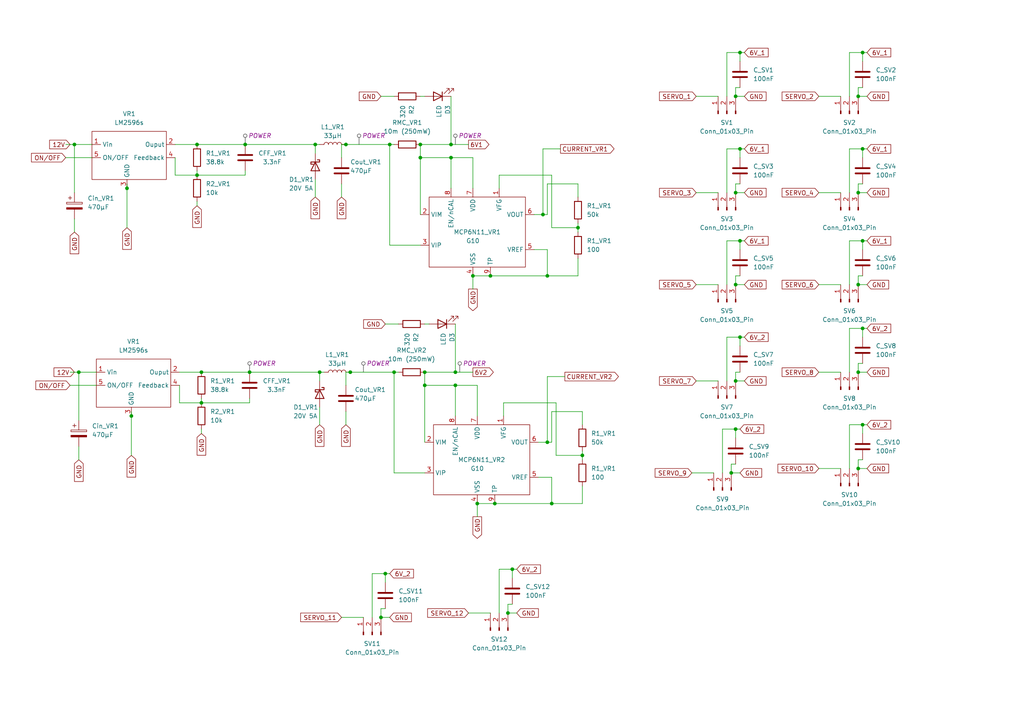
<source format=kicad_sch>
(kicad_sch (version 20230121) (generator eeschema)

  (uuid 0a76ee8f-dd20-40c4-860d-ac8ea362a294)

  (paper "A4")

  (lib_symbols
    (symbol "Connector:Conn_01x03_Pin" (pin_names (offset 1.016) hide) (in_bom yes) (on_board yes)
      (property "Reference" "J" (at 0 5.08 0)
        (effects (font (size 1.27 1.27)))
      )
      (property "Value" "Conn_01x03_Pin" (at 0 -5.08 0)
        (effects (font (size 1.27 1.27)))
      )
      (property "Footprint" "" (at 0 0 0)
        (effects (font (size 1.27 1.27)) hide)
      )
      (property "Datasheet" "~" (at 0 0 0)
        (effects (font (size 1.27 1.27)) hide)
      )
      (property "ki_locked" "" (at 0 0 0)
        (effects (font (size 1.27 1.27)))
      )
      (property "ki_keywords" "connector" (at 0 0 0)
        (effects (font (size 1.27 1.27)) hide)
      )
      (property "ki_description" "Generic connector, single row, 01x03, script generated" (at 0 0 0)
        (effects (font (size 1.27 1.27)) hide)
      )
      (property "ki_fp_filters" "Connector*:*_1x??_*" (at 0 0 0)
        (effects (font (size 1.27 1.27)) hide)
      )
      (symbol "Conn_01x03_Pin_1_1"
        (polyline
          (pts
            (xy 1.27 -2.54)
            (xy 0.8636 -2.54)
          )
          (stroke (width 0.1524) (type default))
          (fill (type none))
        )
        (polyline
          (pts
            (xy 1.27 0)
            (xy 0.8636 0)
          )
          (stroke (width 0.1524) (type default))
          (fill (type none))
        )
        (polyline
          (pts
            (xy 1.27 2.54)
            (xy 0.8636 2.54)
          )
          (stroke (width 0.1524) (type default))
          (fill (type none))
        )
        (rectangle (start 0.8636 -2.413) (end 0 -2.667)
          (stroke (width 0.1524) (type default))
          (fill (type outline))
        )
        (rectangle (start 0.8636 0.127) (end 0 -0.127)
          (stroke (width 0.1524) (type default))
          (fill (type outline))
        )
        (rectangle (start 0.8636 2.667) (end 0 2.413)
          (stroke (width 0.1524) (type default))
          (fill (type outline))
        )
        (pin passive line (at 5.08 2.54 180) (length 3.81)
          (name "Pin_1" (effects (font (size 1.27 1.27))))
          (number "1" (effects (font (size 1.27 1.27))))
        )
        (pin passive line (at 5.08 0 180) (length 3.81)
          (name "Pin_2" (effects (font (size 1.27 1.27))))
          (number "2" (effects (font (size 1.27 1.27))))
        )
        (pin passive line (at 5.08 -2.54 180) (length 3.81)
          (name "Pin_3" (effects (font (size 1.27 1.27))))
          (number "3" (effects (font (size 1.27 1.27))))
        )
      )
    )
    (symbol "Device:C" (pin_numbers hide) (pin_names (offset 0.254)) (in_bom yes) (on_board yes)
      (property "Reference" "C" (at 0.635 2.54 0)
        (effects (font (size 1.27 1.27)) (justify left))
      )
      (property "Value" "C" (at 0.635 -2.54 0)
        (effects (font (size 1.27 1.27)) (justify left))
      )
      (property "Footprint" "" (at 0.9652 -3.81 0)
        (effects (font (size 1.27 1.27)) hide)
      )
      (property "Datasheet" "~" (at 0 0 0)
        (effects (font (size 1.27 1.27)) hide)
      )
      (property "ki_keywords" "cap capacitor" (at 0 0 0)
        (effects (font (size 1.27 1.27)) hide)
      )
      (property "ki_description" "Unpolarized capacitor" (at 0 0 0)
        (effects (font (size 1.27 1.27)) hide)
      )
      (property "ki_fp_filters" "C_*" (at 0 0 0)
        (effects (font (size 1.27 1.27)) hide)
      )
      (symbol "C_0_1"
        (polyline
          (pts
            (xy -2.032 -0.762)
            (xy 2.032 -0.762)
          )
          (stroke (width 0.508) (type default))
          (fill (type none))
        )
        (polyline
          (pts
            (xy -2.032 0.762)
            (xy 2.032 0.762)
          )
          (stroke (width 0.508) (type default))
          (fill (type none))
        )
      )
      (symbol "C_1_1"
        (pin passive line (at 0 3.81 270) (length 2.794)
          (name "~" (effects (font (size 1.27 1.27))))
          (number "1" (effects (font (size 1.27 1.27))))
        )
        (pin passive line (at 0 -3.81 90) (length 2.794)
          (name "~" (effects (font (size 1.27 1.27))))
          (number "2" (effects (font (size 1.27 1.27))))
        )
      )
    )
    (symbol "Device:C_Polarized" (pin_numbers hide) (pin_names (offset 0.254)) (in_bom yes) (on_board yes)
      (property "Reference" "C" (at 0.635 2.54 0)
        (effects (font (size 1.27 1.27)) (justify left))
      )
      (property "Value" "C_Polarized" (at 0.635 -2.54 0)
        (effects (font (size 1.27 1.27)) (justify left))
      )
      (property "Footprint" "" (at 0.9652 -3.81 0)
        (effects (font (size 1.27 1.27)) hide)
      )
      (property "Datasheet" "~" (at 0 0 0)
        (effects (font (size 1.27 1.27)) hide)
      )
      (property "ki_keywords" "cap capacitor" (at 0 0 0)
        (effects (font (size 1.27 1.27)) hide)
      )
      (property "ki_description" "Polarized capacitor" (at 0 0 0)
        (effects (font (size 1.27 1.27)) hide)
      )
      (property "ki_fp_filters" "CP_*" (at 0 0 0)
        (effects (font (size 1.27 1.27)) hide)
      )
      (symbol "C_Polarized_0_1"
        (rectangle (start -2.286 0.508) (end 2.286 1.016)
          (stroke (width 0) (type default))
          (fill (type none))
        )
        (polyline
          (pts
            (xy -1.778 2.286)
            (xy -0.762 2.286)
          )
          (stroke (width 0) (type default))
          (fill (type none))
        )
        (polyline
          (pts
            (xy -1.27 2.794)
            (xy -1.27 1.778)
          )
          (stroke (width 0) (type default))
          (fill (type none))
        )
        (rectangle (start 2.286 -0.508) (end -2.286 -1.016)
          (stroke (width 0) (type default))
          (fill (type outline))
        )
      )
      (symbol "C_Polarized_1_1"
        (pin passive line (at 0 3.81 270) (length 2.794)
          (name "~" (effects (font (size 1.27 1.27))))
          (number "1" (effects (font (size 1.27 1.27))))
        )
        (pin passive line (at 0 -3.81 90) (length 2.794)
          (name "~" (effects (font (size 1.27 1.27))))
          (number "2" (effects (font (size 1.27 1.27))))
        )
      )
    )
    (symbol "Device:D_Schottky" (pin_numbers hide) (pin_names (offset 1.016) hide) (in_bom yes) (on_board yes)
      (property "Reference" "D" (at 0 2.54 0)
        (effects (font (size 1.27 1.27)))
      )
      (property "Value" "D_Schottky" (at 0 -2.54 0)
        (effects (font (size 1.27 1.27)))
      )
      (property "Footprint" "" (at 0 0 0)
        (effects (font (size 1.27 1.27)) hide)
      )
      (property "Datasheet" "~" (at 0 0 0)
        (effects (font (size 1.27 1.27)) hide)
      )
      (property "ki_keywords" "diode Schottky" (at 0 0 0)
        (effects (font (size 1.27 1.27)) hide)
      )
      (property "ki_description" "Schottky diode" (at 0 0 0)
        (effects (font (size 1.27 1.27)) hide)
      )
      (property "ki_fp_filters" "TO-???* *_Diode_* *SingleDiode* D_*" (at 0 0 0)
        (effects (font (size 1.27 1.27)) hide)
      )
      (symbol "D_Schottky_0_1"
        (polyline
          (pts
            (xy 1.27 0)
            (xy -1.27 0)
          )
          (stroke (width 0) (type default))
          (fill (type none))
        )
        (polyline
          (pts
            (xy 1.27 1.27)
            (xy 1.27 -1.27)
            (xy -1.27 0)
            (xy 1.27 1.27)
          )
          (stroke (width 0.254) (type default))
          (fill (type none))
        )
        (polyline
          (pts
            (xy -1.905 0.635)
            (xy -1.905 1.27)
            (xy -1.27 1.27)
            (xy -1.27 -1.27)
            (xy -0.635 -1.27)
            (xy -0.635 -0.635)
          )
          (stroke (width 0.254) (type default))
          (fill (type none))
        )
      )
      (symbol "D_Schottky_1_1"
        (pin passive line (at -3.81 0 0) (length 2.54)
          (name "K" (effects (font (size 1.27 1.27))))
          (number "1" (effects (font (size 1.27 1.27))))
        )
        (pin passive line (at 3.81 0 180) (length 2.54)
          (name "A" (effects (font (size 1.27 1.27))))
          (number "2" (effects (font (size 1.27 1.27))))
        )
      )
    )
    (symbol "Device:L" (pin_numbers hide) (pin_names (offset 1.016) hide) (in_bom yes) (on_board yes)
      (property "Reference" "L" (at -1.27 0 90)
        (effects (font (size 1.27 1.27)))
      )
      (property "Value" "L" (at 1.905 0 90)
        (effects (font (size 1.27 1.27)))
      )
      (property "Footprint" "" (at 0 0 0)
        (effects (font (size 1.27 1.27)) hide)
      )
      (property "Datasheet" "~" (at 0 0 0)
        (effects (font (size 1.27 1.27)) hide)
      )
      (property "ki_keywords" "inductor choke coil reactor magnetic" (at 0 0 0)
        (effects (font (size 1.27 1.27)) hide)
      )
      (property "ki_description" "Inductor" (at 0 0 0)
        (effects (font (size 1.27 1.27)) hide)
      )
      (property "ki_fp_filters" "Choke_* *Coil* Inductor_* L_*" (at 0 0 0)
        (effects (font (size 1.27 1.27)) hide)
      )
      (symbol "L_0_1"
        (arc (start 0 -2.54) (mid 0.6323 -1.905) (end 0 -1.27)
          (stroke (width 0) (type default))
          (fill (type none))
        )
        (arc (start 0 -1.27) (mid 0.6323 -0.635) (end 0 0)
          (stroke (width 0) (type default))
          (fill (type none))
        )
        (arc (start 0 0) (mid 0.6323 0.635) (end 0 1.27)
          (stroke (width 0) (type default))
          (fill (type none))
        )
        (arc (start 0 1.27) (mid 0.6323 1.905) (end 0 2.54)
          (stroke (width 0) (type default))
          (fill (type none))
        )
      )
      (symbol "L_1_1"
        (pin passive line (at 0 3.81 270) (length 1.27)
          (name "1" (effects (font (size 1.27 1.27))))
          (number "1" (effects (font (size 1.27 1.27))))
        )
        (pin passive line (at 0 -3.81 90) (length 1.27)
          (name "2" (effects (font (size 1.27 1.27))))
          (number "2" (effects (font (size 1.27 1.27))))
        )
      )
    )
    (symbol "Device:LED" (pin_numbers hide) (pin_names (offset 1.016) hide) (in_bom yes) (on_board yes)
      (property "Reference" "D" (at 0 2.54 0)
        (effects (font (size 1.27 1.27)))
      )
      (property "Value" "LED" (at 0 -2.54 0)
        (effects (font (size 1.27 1.27)))
      )
      (property "Footprint" "" (at 0 0 0)
        (effects (font (size 1.27 1.27)) hide)
      )
      (property "Datasheet" "~" (at 0 0 0)
        (effects (font (size 1.27 1.27)) hide)
      )
      (property "ki_keywords" "LED diode" (at 0 0 0)
        (effects (font (size 1.27 1.27)) hide)
      )
      (property "ki_description" "Light emitting diode" (at 0 0 0)
        (effects (font (size 1.27 1.27)) hide)
      )
      (property "ki_fp_filters" "LED* LED_SMD:* LED_THT:*" (at 0 0 0)
        (effects (font (size 1.27 1.27)) hide)
      )
      (symbol "LED_0_1"
        (polyline
          (pts
            (xy -1.27 -1.27)
            (xy -1.27 1.27)
          )
          (stroke (width 0.254) (type default))
          (fill (type none))
        )
        (polyline
          (pts
            (xy -1.27 0)
            (xy 1.27 0)
          )
          (stroke (width 0) (type default))
          (fill (type none))
        )
        (polyline
          (pts
            (xy 1.27 -1.27)
            (xy 1.27 1.27)
            (xy -1.27 0)
            (xy 1.27 -1.27)
          )
          (stroke (width 0.254) (type default))
          (fill (type none))
        )
        (polyline
          (pts
            (xy -3.048 -0.762)
            (xy -4.572 -2.286)
            (xy -3.81 -2.286)
            (xy -4.572 -2.286)
            (xy -4.572 -1.524)
          )
          (stroke (width 0) (type default))
          (fill (type none))
        )
        (polyline
          (pts
            (xy -1.778 -0.762)
            (xy -3.302 -2.286)
            (xy -2.54 -2.286)
            (xy -3.302 -2.286)
            (xy -3.302 -1.524)
          )
          (stroke (width 0) (type default))
          (fill (type none))
        )
      )
      (symbol "LED_1_1"
        (pin passive line (at -3.81 0 0) (length 2.54)
          (name "K" (effects (font (size 1.27 1.27))))
          (number "1" (effects (font (size 1.27 1.27))))
        )
        (pin passive line (at 3.81 0 180) (length 2.54)
          (name "A" (effects (font (size 1.27 1.27))))
          (number "2" (effects (font (size 1.27 1.27))))
        )
      )
    )
    (symbol "Device:R" (pin_numbers hide) (pin_names (offset 0)) (in_bom yes) (on_board yes)
      (property "Reference" "R" (at 2.032 0 90)
        (effects (font (size 1.27 1.27)))
      )
      (property "Value" "R" (at 0 0 90)
        (effects (font (size 1.27 1.27)))
      )
      (property "Footprint" "" (at -1.778 0 90)
        (effects (font (size 1.27 1.27)) hide)
      )
      (property "Datasheet" "~" (at 0 0 0)
        (effects (font (size 1.27 1.27)) hide)
      )
      (property "ki_keywords" "R res resistor" (at 0 0 0)
        (effects (font (size 1.27 1.27)) hide)
      )
      (property "ki_description" "Resistor" (at 0 0 0)
        (effects (font (size 1.27 1.27)) hide)
      )
      (property "ki_fp_filters" "R_*" (at 0 0 0)
        (effects (font (size 1.27 1.27)) hide)
      )
      (symbol "R_0_1"
        (rectangle (start -1.016 -2.54) (end 1.016 2.54)
          (stroke (width 0.254) (type default))
          (fill (type none))
        )
      )
      (symbol "R_1_1"
        (pin passive line (at 0 3.81 270) (length 1.27)
          (name "~" (effects (font (size 1.27 1.27))))
          (number "1" (effects (font (size 1.27 1.27))))
        )
        (pin passive line (at 0 -3.81 90) (length 1.27)
          (name "~" (effects (font (size 1.27 1.27))))
          (number "2" (effects (font (size 1.27 1.27))))
        )
      )
    )
    (symbol "Krabi:LM2596s" (in_bom yes) (on_board yes)
      (property "Reference" "U" (at -3.81 6.35 0)
        (effects (font (size 1.27 1.27)))
      )
      (property "Value" "LM2596s" (at 0 0 0)
        (effects (font (size 1.27 1.27)))
      )
      (property "Footprint" "" (at 0 0 0)
        (effects (font (size 1.27 1.27)) hide)
      )
      (property "Datasheet" "" (at 0 0 0)
        (effects (font (size 1.27 1.27)) hide)
      )
      (symbol "LM2596s_0_1"
        (rectangle (start -13.97 5.08) (end 7.62 -8.89)
          (stroke (width 0) (type default))
          (fill (type none))
        )
      )
      (symbol "LM2596s_1_1"
        (pin power_in line (at -13.97 1.27 0) (length 2.54)
          (name "Vin" (effects (font (size 1.27 1.27))))
          (number "1" (effects (font (size 1.27 1.27))))
        )
        (pin power_out line (at 10.16 1.27 180) (length 2.54)
          (name "Ouput" (effects (font (size 1.27 1.27))))
          (number "2" (effects (font (size 1.27 1.27))))
        )
        (pin input line (at -3.81 -11.43 90) (length 2.54)
          (name "GND" (effects (font (size 1.27 1.27))))
          (number "3" (effects (font (size 1.27 1.27))))
        )
        (pin input line (at 10.16 -2.54 180) (length 2.54)
          (name "Feedback" (effects (font (size 1.27 1.27))))
          (number "4" (effects (font (size 1.27 1.27))))
        )
        (pin input line (at -13.97 -2.54 0) (length 2.54)
          (name "ON/OFF" (effects (font (size 1.27 1.27))))
          (number "5" (effects (font (size 1.27 1.27))))
        )
      )
    )
    (symbol "Krabi:MCP611" (in_bom yes) (on_board yes)
      (property "Reference" "U" (at 0 -12.7 0)
        (effects (font (size 1.27 1.27)))
      )
      (property "Value" "" (at 0 0 0)
        (effects (font (size 1.27 1.27)))
      )
      (property "Footprint" "" (at 0 0 0)
        (effects (font (size 1.27 1.27)) hide)
      )
      (property "Datasheet" "" (at 0 0 0)
        (effects (font (size 1.27 1.27)) hide)
      )
      (symbol "MCP611_0_1"
        (rectangle (start -12.7 -6.35) (end 15.24 -26.67)
          (stroke (width 0) (type default))
          (fill (type none))
        )
      )
      (symbol "MCP611_1_1"
        (pin input line (at 7.62 -3.81 270) (length 2.54)
          (name "VFG" (effects (font (size 1.27 1.27))))
          (number "1" (effects (font (size 1.27 1.27))))
        )
        (pin input line (at -15.24 -11.43 0) (length 2.54)
          (name "VIM" (effects (font (size 1.27 1.27))))
          (number "2" (effects (font (size 1.27 1.27))))
        )
        (pin input line (at -15.24 -20.32 0) (length 2.54)
          (name "VIP" (effects (font (size 1.27 1.27))))
          (number "3" (effects (font (size 1.27 1.27))))
        )
        (pin input line (at 0 -29.21 90) (length 2.54)
          (name "VSS" (effects (font (size 1.27 1.27))))
          (number "4" (effects (font (size 1.27 1.27))))
        )
        (pin input line (at 17.78 -21.59 180) (length 2.54)
          (name "VREF" (effects (font (size 1.27 1.27))))
          (number "5" (effects (font (size 1.27 1.27))))
        )
        (pin output line (at 17.78 -11.43 180) (length 2.54)
          (name "VOUT" (effects (font (size 1.27 1.27))))
          (number "6" (effects (font (size 1.27 1.27))))
        )
        (pin input line (at 0 -3.81 270) (length 2.54)
          (name "VDD" (effects (font (size 1.27 1.27))))
          (number "7" (effects (font (size 1.27 1.27))))
        )
        (pin input line (at -6.35 -3.81 270) (length 2.54)
          (name "EN/nCAL" (effects (font (size 1.27 1.27))))
          (number "8" (effects (font (size 1.27 1.27))))
        )
        (pin input line (at 5.08 -29.21 90) (length 2.54)
          (name "TP" (effects (font (size 1.27 1.27))))
          (number "9" (effects (font (size 1.27 1.27))))
        )
      )
    )
  )

  (junction (at 248.92 27.94) (diameter 0) (color 0 0 0 0)
    (uuid 0191e54f-3d9c-43b9-a911-168205b557cf)
  )
  (junction (at 92.71 107.95) (diameter 0) (color 0 0 0 0)
    (uuid 0243b3ff-56c4-4ffe-828f-2755e6616b0b)
  )
  (junction (at 91.44 41.91) (diameter 0) (color 0 0 0 0)
    (uuid 08543924-f666-41b0-a146-c48d8acb6c7a)
  )
  (junction (at 250.19 123.19) (diameter 0) (color 0 0 0 0)
    (uuid 0cd64140-6653-4929-b8e9-ffaf536fa4d7)
  )
  (junction (at 213.36 110.49) (diameter 0) (color 0 0 0 0)
    (uuid 0cf13e07-9877-4cb5-ad5a-363b10b808b2)
  )
  (junction (at 250.19 15.24) (diameter 0) (color 0 0 0 0)
    (uuid 0eb287d6-8e4e-4276-8274-29d61800e3c9)
  )
  (junction (at 130.81 45.72) (diameter 0) (color 0 0 0 0)
    (uuid 190073d1-5541-4f97-9696-3324c947a00a)
  )
  (junction (at 213.36 55.88) (diameter 0) (color 0 0 0 0)
    (uuid 196ca052-da65-429a-ac9c-86032424401d)
  )
  (junction (at 160.02 146.05) (diameter 0) (color 0 0 0 0)
    (uuid 20e91e51-0e89-459a-8202-95182f3b00c9)
  )
  (junction (at 213.36 82.55) (diameter 0) (color 0 0 0 0)
    (uuid 22efb901-ccc6-4abd-b38a-c3cd32e18d20)
  )
  (junction (at 250.19 69.85) (diameter 0) (color 0 0 0 0)
    (uuid 25fd9cb4-6440-46a2-916d-86cb02fbb794)
  )
  (junction (at 148.59 165.1) (diameter 0) (color 0 0 0 0)
    (uuid 28e6922c-9f10-4080-a216-91e43f4b57a9)
  )
  (junction (at 138.43 146.05) (diameter 0) (color 0 0 0 0)
    (uuid 2a733169-5b69-44ba-86e2-b5fdb6c00581)
  )
  (junction (at 214.63 15.24) (diameter 0) (color 0 0 0 0)
    (uuid 4453dde7-0de4-4130-af62-215b4f4c73f3)
  )
  (junction (at 58.42 107.95) (diameter 0) (color 0 0 0 0)
    (uuid 48276686-b6fe-4b3d-b88a-b48deb53d7cd)
  )
  (junction (at 213.36 124.46) (diameter 0) (color 0 0 0 0)
    (uuid 4a1a4efa-4660-4f5b-af0d-93eb145953bb)
  )
  (junction (at 121.92 45.72) (diameter 0) (color 0 0 0 0)
    (uuid 4fc827c5-b419-4087-a370-295971b7ac07)
  )
  (junction (at 114.3 107.95) (diameter 0) (color 0 0 0 0)
    (uuid 5d4c48d6-06ac-4bf0-82a1-3a57dd82f521)
  )
  (junction (at 212.09 137.16) (diameter 0) (color 0 0 0 0)
    (uuid 641773a3-bc10-41ef-af93-d4e068625f37)
  )
  (junction (at 250.19 43.18) (diameter 0) (color 0 0 0 0)
    (uuid 65b3665b-4da0-4874-a81d-d01d59d78932)
  )
  (junction (at 111.76 166.37) (diameter 0) (color 0 0 0 0)
    (uuid 6c9defb0-0229-4bb3-bf78-c07b9c42b75d)
  )
  (junction (at 250.19 95.25) (diameter 0) (color 0 0 0 0)
    (uuid 6fac804e-3a7e-44e4-a073-860349ef2caa)
  )
  (junction (at 214.63 43.18) (diameter 0) (color 0 0 0 0)
    (uuid 719e7518-0afb-4147-8b86-67e36979b733)
  )
  (junction (at 167.64 66.04) (diameter 0) (color 0 0 0 0)
    (uuid 74002aa8-c321-424c-ae93-423f814ea9f6)
  )
  (junction (at 100.33 41.91) (diameter 0) (color 0 0 0 0)
    (uuid 7473f0f5-f351-4312-9be9-4bf44686ab9e)
  )
  (junction (at 248.92 55.88) (diameter 0) (color 0 0 0 0)
    (uuid 748610c7-1146-43cc-8e45-c56ccbf80ea5)
  )
  (junction (at 147.32 177.8) (diameter 0) (color 0 0 0 0)
    (uuid 81090b39-f1a5-42a6-b83e-b4c0028e6cee)
  )
  (junction (at 142.24 80.01) (diameter 0) (color 0 0 0 0)
    (uuid 81d2e09a-4e12-4bb7-85fa-41a185a68005)
  )
  (junction (at 57.15 50.8) (diameter 0) (color 0 0 0 0)
    (uuid 898c892e-1d8f-494e-84cf-6522e7217516)
  )
  (junction (at 214.63 97.79) (diameter 0) (color 0 0 0 0)
    (uuid a07d6ad7-ecd1-4ba1-bf27-2cba9b7d0b1f)
  )
  (junction (at 137.16 80.01) (diameter 0) (color 0 0 0 0)
    (uuid a5fc4496-aa56-481b-b9dd-85cd1f4b7234)
  )
  (junction (at 22.86 107.95) (diameter 0) (color 0 0 0 0)
    (uuid ab133ef6-d200-43a3-ab2f-6a19c98e73ab)
  )
  (junction (at 213.36 27.94) (diameter 0) (color 0 0 0 0)
    (uuid b0ff134d-a5cc-449f-82e5-33d4569ec00f)
  )
  (junction (at 143.51 146.05) (diameter 0) (color 0 0 0 0)
    (uuid b3a38074-652e-49fb-a676-21262b2e5339)
  )
  (junction (at 113.03 41.91) (diameter 0) (color 0 0 0 0)
    (uuid b579e92f-52c1-43e5-9472-9af0d75e50f3)
  )
  (junction (at 158.75 128.27) (diameter 0) (color 0 0 0 0)
    (uuid bab0021a-aa46-4398-b32c-f43e4b6792be)
  )
  (junction (at 158.75 80.01) (diameter 0) (color 0 0 0 0)
    (uuid c39b05ec-33ba-4a15-bf91-af3c12c93615)
  )
  (junction (at 71.12 41.91) (diameter 0) (color 0 0 0 0)
    (uuid c535f1b7-242f-4071-8550-439949031a98)
  )
  (junction (at 168.91 132.08) (diameter 0) (color 0 0 0 0)
    (uuid c9e0192e-fe07-416d-ae6a-f2709d9f390c)
  )
  (junction (at 132.08 107.95) (diameter 0) (color 0 0 0 0)
    (uuid cfd0ca48-59a4-4457-ac81-5bfec67037e1)
  )
  (junction (at 58.42 116.84) (diameter 0) (color 0 0 0 0)
    (uuid d005a683-6abd-47e4-9de0-b8af86973f2e)
  )
  (junction (at 123.19 111.76) (diameter 0) (color 0 0 0 0)
    (uuid d10fe032-57ca-4b5b-8d21-5ffd6c6252a6)
  )
  (junction (at 248.92 107.95) (diameter 0) (color 0 0 0 0)
    (uuid dd220054-b262-4cfc-8611-fbe01f1f4a3d)
  )
  (junction (at 157.48 62.23) (diameter 0) (color 0 0 0 0)
    (uuid e0266974-700b-48e4-9b15-9830c3089a69)
  )
  (junction (at 38.1 120.65) (diameter 0) (color 0 0 0 0)
    (uuid e1cdcc2f-e6a2-4d9c-b0f1-25d96e04bd4b)
  )
  (junction (at 214.63 69.85) (diameter 0) (color 0 0 0 0)
    (uuid e79d4565-7dc8-415f-99b5-cfa51bde06a1)
  )
  (junction (at 121.92 41.91) (diameter 0) (color 0 0 0 0)
    (uuid e81ae93c-dd0d-46b0-bff7-b09861b8d241)
  )
  (junction (at 132.08 111.76) (diameter 0) (color 0 0 0 0)
    (uuid ea4474fd-d647-49e2-ab04-88c5cca24c8e)
  )
  (junction (at 130.81 41.91) (diameter 0) (color 0 0 0 0)
    (uuid eb415c10-7cbe-4ca4-ad89-ef84f15b6833)
  )
  (junction (at 123.19 107.95) (diameter 0) (color 0 0 0 0)
    (uuid ecdc33fa-4743-427d-833a-0018c45a050d)
  )
  (junction (at 101.6 107.95) (diameter 0) (color 0 0 0 0)
    (uuid f10f9734-6e29-42f0-9c2d-e0964e42b3d1)
  )
  (junction (at 110.49 179.07) (diameter 0) (color 0 0 0 0)
    (uuid f2b9ed77-3a48-499a-b73d-5b4f44635177)
  )
  (junction (at 248.92 82.55) (diameter 0) (color 0 0 0 0)
    (uuid f5f0c0ed-0413-421b-b92e-9f0a49258555)
  )
  (junction (at 72.39 107.95) (diameter 0) (color 0 0 0 0)
    (uuid f6e23620-f21b-48e7-afca-737f87a5fa07)
  )
  (junction (at 21.59 41.91) (diameter 0) (color 0 0 0 0)
    (uuid f89f3d71-d2dc-4c29-9cdb-2872cec77905)
  )
  (junction (at 36.83 54.61) (diameter 0) (color 0 0 0 0)
    (uuid fb8531c0-5023-4ff8-9b5f-6bb357a99266)
  )
  (junction (at 57.15 41.91) (diameter 0) (color 0 0 0 0)
    (uuid ffd5f2f8-bfe8-4479-8db7-40e49cf76a6a)
  )
  (junction (at 248.92 135.89) (diameter 0) (color 0 0 0 0)
    (uuid ffe3a039-62a5-42ea-9384-2d3071ac2710)
  )

  (wire (pts (xy 123.19 111.76) (xy 132.08 111.76))
    (stroke (width 0) (type default))
    (uuid 02be646e-3b45-42e0-ae73-05dd611e1a09)
  )
  (wire (pts (xy 36.83 53.34) (xy 36.83 54.61))
    (stroke (width 0) (type default))
    (uuid 03e62836-1321-4532-acb9-143a142d5597)
  )
  (wire (pts (xy 58.42 124.46) (xy 58.42 125.73))
    (stroke (width 0) (type default))
    (uuid 06ddf9b2-b00f-4e8b-b6f3-9d6c487899b7)
  )
  (wire (pts (xy 132.08 111.76) (xy 138.43 111.76))
    (stroke (width 0) (type default))
    (uuid 0aaa67ac-9c97-4f15-bfdc-13776d36df40)
  )
  (wire (pts (xy 250.19 80.01) (xy 248.92 80.01))
    (stroke (width 0) (type default))
    (uuid 0b60acd4-cf92-4e06-ae6c-58197036c7c2)
  )
  (wire (pts (xy 210.82 43.18) (xy 214.63 43.18))
    (stroke (width 0) (type default))
    (uuid 0b7655d4-2d5e-49e2-9692-3ff3e634e409)
  )
  (wire (pts (xy 213.36 124.46) (xy 214.63 124.46))
    (stroke (width 0) (type default))
    (uuid 0b967c2d-874d-4159-aea1-20fcddffc1e1)
  )
  (wire (pts (xy 213.36 80.01) (xy 213.36 82.55))
    (stroke (width 0) (type default))
    (uuid 0e42e60f-cc91-4dc1-80d3-be548871ef76)
  )
  (wire (pts (xy 201.93 55.88) (xy 208.28 55.88))
    (stroke (width 0) (type default))
    (uuid 0fbe61f3-f8fe-4cc4-a03a-a1c31e48510a)
  )
  (wire (pts (xy 71.12 50.8) (xy 57.15 50.8))
    (stroke (width 0) (type default))
    (uuid 11d88adf-a3ea-4419-a24f-02151d689f29)
  )
  (wire (pts (xy 210.82 69.85) (xy 214.63 69.85))
    (stroke (width 0) (type default))
    (uuid 142ba307-b31f-4a51-ab1c-365ad58cc1bd)
  )
  (wire (pts (xy 57.15 50.8) (xy 50.8 50.8))
    (stroke (width 0) (type default))
    (uuid 146ecd48-6013-4145-92f6-32d249b5e0ef)
  )
  (wire (pts (xy 130.81 41.91) (xy 135.89 41.91))
    (stroke (width 0) (type default))
    (uuid 14c58fa6-5f32-4a31-be7e-5de3803a7bb6)
  )
  (wire (pts (xy 250.19 105.41) (xy 248.92 105.41))
    (stroke (width 0) (type default))
    (uuid 156e6038-5af2-46e4-88fd-6796ec701aea)
  )
  (wire (pts (xy 201.93 82.55) (xy 208.28 82.55))
    (stroke (width 0) (type default))
    (uuid 1640dbaa-4b85-42ad-b897-f61732b94c4f)
  )
  (wire (pts (xy 246.38 95.25) (xy 250.19 95.25))
    (stroke (width 0) (type default))
    (uuid 18fb31e9-6dca-43fe-b914-181e00eafa6b)
  )
  (wire (pts (xy 248.92 55.88) (xy 251.46 55.88))
    (stroke (width 0) (type default))
    (uuid 1ca2fd33-5db8-4ae5-9018-4bfa1ded6102)
  )
  (wire (pts (xy 135.89 177.8) (xy 142.24 177.8))
    (stroke (width 0) (type default))
    (uuid 1cb5061c-5655-4c1c-8710-ecd90a1e0aaa)
  )
  (wire (pts (xy 107.95 166.37) (xy 111.76 166.37))
    (stroke (width 0) (type default))
    (uuid 1f708121-8127-4cdf-a5b2-a46b74a620ab)
  )
  (wire (pts (xy 210.82 27.94) (xy 210.82 15.24))
    (stroke (width 0) (type default))
    (uuid 1fd0e1d7-7f33-4560-8fdf-641e6a3a1608)
  )
  (wire (pts (xy 137.16 80.01) (xy 142.24 80.01))
    (stroke (width 0) (type default))
    (uuid 20848d10-e742-45a9-b3a8-01fcd6c73d2e)
  )
  (wire (pts (xy 148.59 175.26) (xy 147.32 175.26))
    (stroke (width 0) (type default))
    (uuid 21761422-2e01-41cc-9e6d-e41e89168173)
  )
  (wire (pts (xy 167.64 66.04) (xy 160.02 66.04))
    (stroke (width 0) (type default))
    (uuid 21822452-3472-40fd-b931-5ece53748f61)
  )
  (wire (pts (xy 246.38 82.55) (xy 246.38 69.85))
    (stroke (width 0) (type default))
    (uuid 21e4fda5-f639-4b8d-8261-cb35f19b8f37)
  )
  (wire (pts (xy 132.08 107.95) (xy 137.16 107.95))
    (stroke (width 0) (type default))
    (uuid 2236c853-f882-42ad-8f1b-616c49846d3c)
  )
  (wire (pts (xy 99.06 41.91) (xy 100.33 41.91))
    (stroke (width 0) (type default))
    (uuid 22a832a0-06fb-4009-a5d1-cfc8534d2050)
  )
  (wire (pts (xy 214.63 69.85) (xy 214.63 72.39))
    (stroke (width 0) (type default))
    (uuid 24d4dfba-8625-47a3-97c9-1278711aa1a0)
  )
  (wire (pts (xy 213.36 25.4) (xy 213.36 27.94))
    (stroke (width 0) (type default))
    (uuid 257c9fbc-42c9-4025-a980-ee91210e5d4f)
  )
  (wire (pts (xy 72.39 115.57) (xy 72.39 116.84))
    (stroke (width 0) (type default))
    (uuid 266b7c2e-e899-4998-936f-7f434736069c)
  )
  (wire (pts (xy 144.78 177.8) (xy 144.78 165.1))
    (stroke (width 0) (type default))
    (uuid 26b61698-89e9-4d42-b2d3-395ca33b1f74)
  )
  (wire (pts (xy 248.92 53.34) (xy 248.92 55.88))
    (stroke (width 0) (type default))
    (uuid 27e715bd-3c39-4cc2-8799-9843119c11f6)
  )
  (wire (pts (xy 168.91 132.08) (xy 161.29 132.08))
    (stroke (width 0) (type default))
    (uuid 28090dd2-1485-4c5c-8b25-07f9b49d1a93)
  )
  (wire (pts (xy 214.63 80.01) (xy 213.36 80.01))
    (stroke (width 0) (type default))
    (uuid 2aed4dd2-6b92-439a-b7bd-da49b23f9c59)
  )
  (wire (pts (xy 121.92 71.12) (xy 113.03 71.12))
    (stroke (width 0) (type default))
    (uuid 2c019236-8dda-4897-ae53-5c9a348c3d6c)
  )
  (wire (pts (xy 214.63 15.24) (xy 215.9 15.24))
    (stroke (width 0) (type default))
    (uuid 2c761114-b935-4e04-9194-379bb86a95f5)
  )
  (wire (pts (xy 160.02 128.27) (xy 160.02 119.38))
    (stroke (width 0) (type default))
    (uuid 2c79d052-45eb-4e26-8247-0d7ecfbe256e)
  )
  (wire (pts (xy 121.92 45.72) (xy 121.92 62.23))
    (stroke (width 0) (type default))
    (uuid 2d3913b8-0ea5-4b87-9504-ef21ca972317)
  )
  (wire (pts (xy 157.48 62.23) (xy 157.48 43.18))
    (stroke (width 0) (type default))
    (uuid 2e2621f7-795a-4e8a-8a57-fd3542c23fe1)
  )
  (wire (pts (xy 114.3 27.94) (xy 110.49 27.94))
    (stroke (width 0) (type default))
    (uuid 2f75b86c-74b4-46d0-8909-b2280d5f94ff)
  )
  (wire (pts (xy 111.76 166.37) (xy 113.03 166.37))
    (stroke (width 0) (type default))
    (uuid 2f9c6204-c941-4bb4-b79e-f88251a73c2b)
  )
  (wire (pts (xy 250.19 123.19) (xy 250.19 125.73))
    (stroke (width 0) (type default))
    (uuid 32120ca7-d52a-4eb2-bfcb-ed8ad95388bb)
  )
  (wire (pts (xy 212.09 137.16) (xy 214.63 137.16))
    (stroke (width 0) (type default))
    (uuid 322120e9-16c1-4e8a-b9d7-600eeea9ab48)
  )
  (wire (pts (xy 19.05 45.72) (xy 26.67 45.72))
    (stroke (width 0) (type default))
    (uuid 33a837f1-c97a-4ef3-a370-60d81e47e941)
  )
  (wire (pts (xy 213.36 110.49) (xy 215.9 110.49))
    (stroke (width 0) (type default))
    (uuid 34c0e931-56ca-4c50-aadf-f4fd1b13c48a)
  )
  (wire (pts (xy 246.38 15.24) (xy 250.19 15.24))
    (stroke (width 0) (type default))
    (uuid 350243a3-5986-48ba-a5b5-2ca503f6dead)
  )
  (wire (pts (xy 38.1 119.38) (xy 38.1 120.65))
    (stroke (width 0) (type default))
    (uuid 3557c2e9-3f91-4151-973b-6b3c200254e5)
  )
  (wire (pts (xy 201.93 27.94) (xy 208.28 27.94))
    (stroke (width 0) (type default))
    (uuid 35918c4c-bebc-488e-be36-9e383885e510)
  )
  (wire (pts (xy 161.29 116.84) (xy 146.05 116.84))
    (stroke (width 0) (type default))
    (uuid 3639ea39-a374-442e-8997-ce7a0ecbdc1d)
  )
  (wire (pts (xy 214.63 43.18) (xy 214.63 45.72))
    (stroke (width 0) (type default))
    (uuid 38bff9b7-1e2e-44ff-aa4d-02765b8e981b)
  )
  (wire (pts (xy 167.64 66.04) (xy 167.64 67.31))
    (stroke (width 0) (type default))
    (uuid 38cb7fa1-62cd-4ca0-ab6e-9e27d304256c)
  )
  (wire (pts (xy 160.02 50.8) (xy 144.78 50.8))
    (stroke (width 0) (type default))
    (uuid 395fada9-d760-4398-bd2a-032ef94132d7)
  )
  (wire (pts (xy 214.63 107.95) (xy 213.36 107.95))
    (stroke (width 0) (type default))
    (uuid 3de74390-2358-41ae-9124-dffd192c8dfc)
  )
  (wire (pts (xy 21.59 41.91) (xy 21.59 55.88))
    (stroke (width 0) (type default))
    (uuid 3fde1019-bee3-4f36-87cf-63081985977f)
  )
  (wire (pts (xy 160.02 146.05) (xy 160.02 138.43))
    (stroke (width 0) (type default))
    (uuid 40522ae9-08a2-4737-94c7-a1aabd5f1918)
  )
  (wire (pts (xy 101.6 107.95) (xy 114.3 107.95))
    (stroke (width 0) (type default))
    (uuid 415be0ac-3572-491c-8c41-cb8fc1e7b138)
  )
  (wire (pts (xy 137.16 80.01) (xy 137.16 83.82))
    (stroke (width 0) (type default))
    (uuid 425a16ef-e086-42eb-8a91-84f25543f79a)
  )
  (wire (pts (xy 246.38 43.18) (xy 250.19 43.18))
    (stroke (width 0) (type default))
    (uuid 42d38e2b-0802-4545-8cb4-0c786fe2298d)
  )
  (wire (pts (xy 158.75 72.39) (xy 154.94 72.39))
    (stroke (width 0) (type default))
    (uuid 434789f4-5784-4463-b0cc-e7f30f9c0d9f)
  )
  (wire (pts (xy 201.93 110.49) (xy 208.28 110.49))
    (stroke (width 0) (type default))
    (uuid 452498ec-a1e7-4171-a21d-f5f93cad35a2)
  )
  (wire (pts (xy 123.19 111.76) (xy 123.19 128.27))
    (stroke (width 0) (type default))
    (uuid 46207690-958a-4c27-985d-78e31ddaae49)
  )
  (wire (pts (xy 250.19 25.4) (xy 248.92 25.4))
    (stroke (width 0) (type default))
    (uuid 47d6b4ea-628e-4791-ae54-895ec5b11adc)
  )
  (wire (pts (xy 210.82 97.79) (xy 214.63 97.79))
    (stroke (width 0) (type default))
    (uuid 486e3fce-5590-43e1-90a6-a5f44cb13983)
  )
  (wire (pts (xy 160.02 119.38) (xy 168.91 119.38))
    (stroke (width 0) (type default))
    (uuid 4903503a-89ed-456a-858b-226991d1a95f)
  )
  (wire (pts (xy 154.94 62.23) (xy 157.48 62.23))
    (stroke (width 0) (type default))
    (uuid 4a3d387e-0095-4bb0-af91-9ec8fc48e550)
  )
  (wire (pts (xy 248.92 82.55) (xy 251.46 82.55))
    (stroke (width 0) (type default))
    (uuid 4a852c10-b9fb-4b12-b450-b2ea8d53f5c8)
  )
  (wire (pts (xy 213.36 107.95) (xy 213.36 110.49))
    (stroke (width 0) (type default))
    (uuid 4a95e9e6-ff76-4129-8001-15173b88a517)
  )
  (wire (pts (xy 250.19 53.34) (xy 248.92 53.34))
    (stroke (width 0) (type default))
    (uuid 4c58fbd2-5b8e-4a72-b4e7-9d51156c2fde)
  )
  (wire (pts (xy 168.91 119.38) (xy 168.91 123.19))
    (stroke (width 0) (type default))
    (uuid 4de50ee7-aa02-4dcb-944b-3c81b2bf1be6)
  )
  (wire (pts (xy 132.08 93.98) (xy 132.08 107.95))
    (stroke (width 0) (type default))
    (uuid 50103b61-91e5-4b46-89e5-837cee9fdae7)
  )
  (wire (pts (xy 210.82 15.24) (xy 214.63 15.24))
    (stroke (width 0) (type default))
    (uuid 50811fc6-00a9-4085-8cae-90da7a72a4aa)
  )
  (wire (pts (xy 57.15 50.8) (xy 57.15 49.53))
    (stroke (width 0) (type default))
    (uuid 5295e5ab-e894-4602-b391-cd19f09ab969)
  )
  (wire (pts (xy 250.19 15.24) (xy 251.46 15.24))
    (stroke (width 0) (type default))
    (uuid 54e3db29-ce33-4f70-9ee6-dfb5c303933d)
  )
  (wire (pts (xy 213.36 124.46) (xy 213.36 127))
    (stroke (width 0) (type default))
    (uuid 55172ad0-200d-4e9d-a6d4-b9df7986f0bc)
  )
  (wire (pts (xy 99.06 45.72) (xy 99.06 41.91))
    (stroke (width 0) (type default))
    (uuid 5566178b-8e73-440c-b4ce-695e124c6c69)
  )
  (wire (pts (xy 246.38 107.95) (xy 246.38 95.25))
    (stroke (width 0) (type default))
    (uuid 56cd3aa0-607c-4380-89c9-460f2bd0c98c)
  )
  (wire (pts (xy 200.66 137.16) (xy 207.01 137.16))
    (stroke (width 0) (type default))
    (uuid 5c357b26-4dcf-4378-b201-8cfeebc102c9)
  )
  (wire (pts (xy 246.38 69.85) (xy 250.19 69.85))
    (stroke (width 0) (type default))
    (uuid 5db0b779-f982-4e8f-b363-351129fd8eb2)
  )
  (wire (pts (xy 250.19 69.85) (xy 250.19 72.39))
    (stroke (width 0) (type default))
    (uuid 5dc41cfa-c04c-4a3c-ac84-bad7ecc57305)
  )
  (wire (pts (xy 71.12 49.53) (xy 71.12 50.8))
    (stroke (width 0) (type default))
    (uuid 5f5faed2-30c7-48f0-9a50-7288531fe5d4)
  )
  (wire (pts (xy 148.59 165.1) (xy 149.86 165.1))
    (stroke (width 0) (type default))
    (uuid 5fd7be78-e905-4210-9b99-3a603224628f)
  )
  (wire (pts (xy 21.59 63.5) (xy 21.59 67.31))
    (stroke (width 0) (type default))
    (uuid 6138a034-e8b8-4c56-817e-8556160ad5df)
  )
  (wire (pts (xy 248.92 135.89) (xy 251.46 135.89))
    (stroke (width 0) (type default))
    (uuid 62c9f015-0e8c-42b2-80a1-a059a945cced)
  )
  (wire (pts (xy 167.64 53.34) (xy 167.64 57.15))
    (stroke (width 0) (type default))
    (uuid 662f3890-b837-4c1a-97cc-a2e3a21b79de)
  )
  (wire (pts (xy 168.91 140.97) (xy 168.91 146.05))
    (stroke (width 0) (type default))
    (uuid 667f6ca1-f8a1-4eaa-9334-9a27fc94d20a)
  )
  (wire (pts (xy 250.19 69.85) (xy 251.46 69.85))
    (stroke (width 0) (type default))
    (uuid 68778199-043b-44d4-b18b-52742d1fe39b)
  )
  (wire (pts (xy 237.49 55.88) (xy 243.84 55.88))
    (stroke (width 0) (type default))
    (uuid 6a8a4ba5-69d9-459d-9f7e-f15344c3dc4c)
  )
  (wire (pts (xy 250.19 43.18) (xy 250.19 45.72))
    (stroke (width 0) (type default))
    (uuid 6d161943-634f-45c6-a09b-8e2e564bd64d)
  )
  (wire (pts (xy 52.07 116.84) (xy 52.07 111.76))
    (stroke (width 0) (type default))
    (uuid 6f79a309-3862-47d5-ba40-58bde9c47d99)
  )
  (wire (pts (xy 248.92 80.01) (xy 248.92 82.55))
    (stroke (width 0) (type default))
    (uuid 6f83b9c2-731a-44e2-ba2a-1eaa713317be)
  )
  (wire (pts (xy 58.42 116.84) (xy 58.42 115.57))
    (stroke (width 0) (type default))
    (uuid 6fc8caba-86fb-4865-96a3-566441dcfc80)
  )
  (wire (pts (xy 158.75 53.34) (xy 167.64 53.34))
    (stroke (width 0) (type default))
    (uuid 7069c936-dd0e-4b7b-8ffd-7ecb7c76536a)
  )
  (wire (pts (xy 250.19 133.35) (xy 248.92 133.35))
    (stroke (width 0) (type default))
    (uuid 71d1adc4-b31c-4fb2-a3f4-8766ea2a9436)
  )
  (wire (pts (xy 246.38 123.19) (xy 250.19 123.19))
    (stroke (width 0) (type default))
    (uuid 71e5ee00-2de9-4239-a3d9-7270ac1d43a7)
  )
  (wire (pts (xy 111.76 166.37) (xy 111.76 168.91))
    (stroke (width 0) (type default))
    (uuid 733a7100-f677-4c71-952c-992daadf8cb6)
  )
  (wire (pts (xy 57.15 58.42) (xy 57.15 59.69))
    (stroke (width 0) (type default))
    (uuid 73661cf0-c65f-4eba-a7aa-c013f1d27b9c)
  )
  (wire (pts (xy 38.1 120.65) (xy 38.1 132.08))
    (stroke (width 0) (type default))
    (uuid 741baf30-456f-4149-a3e0-2e9647285802)
  )
  (wire (pts (xy 237.49 135.89) (xy 243.84 135.89))
    (stroke (width 0) (type default))
    (uuid 77f396ed-c4c1-4328-9f0d-413fc6b4b671)
  )
  (wire (pts (xy 250.19 123.19) (xy 251.46 123.19))
    (stroke (width 0) (type default))
    (uuid 7877fd4e-4305-46cd-a1bc-495f49cdf2f9)
  )
  (wire (pts (xy 237.49 82.55) (xy 243.84 82.55))
    (stroke (width 0) (type default))
    (uuid 7b3faa87-51bf-45a3-9435-4aa633798dfd)
  )
  (wire (pts (xy 213.36 134.62) (xy 212.09 134.62))
    (stroke (width 0) (type default))
    (uuid 7bb1e51e-c151-45d2-bc04-51228fa5fee8)
  )
  (wire (pts (xy 121.92 41.91) (xy 121.92 45.72))
    (stroke (width 0) (type default))
    (uuid 7f91966c-2ea2-4fcf-8535-53197310a7de)
  )
  (wire (pts (xy 161.29 132.08) (xy 161.29 116.84))
    (stroke (width 0) (type default))
    (uuid 7fe906c6-f3c4-426b-bbc2-86bfdeb6e588)
  )
  (wire (pts (xy 123.19 107.95) (xy 132.08 107.95))
    (stroke (width 0) (type default))
    (uuid 8437dbc8-d232-4f0f-a25b-3936f1bec496)
  )
  (wire (pts (xy 58.42 107.95) (xy 72.39 107.95))
    (stroke (width 0) (type default))
    (uuid 84419f9f-4454-44a9-80b7-b71a5d43af83)
  )
  (wire (pts (xy 72.39 116.84) (xy 58.42 116.84))
    (stroke (width 0) (type default))
    (uuid 86537be6-e96b-425c-86a3-e8e75169bde6)
  )
  (wire (pts (xy 36.83 54.61) (xy 36.83 66.04))
    (stroke (width 0) (type default))
    (uuid 8718413c-1efd-47b7-9701-20cf93156e30)
  )
  (wire (pts (xy 210.82 82.55) (xy 210.82 69.85))
    (stroke (width 0) (type default))
    (uuid 8832878f-edca-4bdf-8823-aadb1afe13ce)
  )
  (wire (pts (xy 132.08 111.76) (xy 132.08 120.65))
    (stroke (width 0) (type default))
    (uuid 88f5e625-7169-41e8-a7dc-8e775747240f)
  )
  (wire (pts (xy 213.36 82.55) (xy 215.9 82.55))
    (stroke (width 0) (type default))
    (uuid 89898a97-452a-41d2-a68a-105abce4c390)
  )
  (wire (pts (xy 248.92 133.35) (xy 248.92 135.89))
    (stroke (width 0) (type default))
    (uuid 8bce2fdb-8fef-4a65-81c8-2207ba951fa3)
  )
  (wire (pts (xy 160.02 138.43) (xy 156.21 138.43))
    (stroke (width 0) (type default))
    (uuid 8e8c3926-7cb9-4bde-a40f-5eb9fc948a8c)
  )
  (wire (pts (xy 110.49 179.07) (xy 113.03 179.07))
    (stroke (width 0) (type default))
    (uuid 8eb73b57-c001-424a-8c2d-37f8d6a858d7)
  )
  (wire (pts (xy 130.81 27.94) (xy 130.81 41.91))
    (stroke (width 0) (type default))
    (uuid 9258e8b2-a15b-41ad-83d9-fd85c25ae1da)
  )
  (wire (pts (xy 58.42 116.84) (xy 52.07 116.84))
    (stroke (width 0) (type default))
    (uuid 947816fe-d4ca-4781-af54-8062e543cb5a)
  )
  (wire (pts (xy 50.8 50.8) (xy 50.8 45.72))
    (stroke (width 0) (type default))
    (uuid 96790888-7106-465b-a275-fd236704996b)
  )
  (wire (pts (xy 237.49 27.94) (xy 243.84 27.94))
    (stroke (width 0) (type default))
    (uuid 97a91f6d-6cc1-4b7d-bd3c-145c7d844cad)
  )
  (wire (pts (xy 158.75 62.23) (xy 158.75 53.34))
    (stroke (width 0) (type default))
    (uuid 983c99f4-86e0-474c-8d64-544a726d98a0)
  )
  (wire (pts (xy 158.75 109.22) (xy 163.83 109.22))
    (stroke (width 0) (type default))
    (uuid 98833ea3-0188-4d7b-8467-0a1bb92b02a3)
  )
  (wire (pts (xy 158.75 128.27) (xy 158.75 109.22))
    (stroke (width 0) (type default))
    (uuid 9974ffe5-3430-4690-add9-722fc0bb12d2)
  )
  (wire (pts (xy 22.86 107.95) (xy 27.94 107.95))
    (stroke (width 0) (type default))
    (uuid 9a11d91f-fca0-4e3e-b759-0e1b64daf140)
  )
  (wire (pts (xy 214.63 97.79) (xy 214.63 100.33))
    (stroke (width 0) (type default))
    (uuid 9a142896-85b6-4002-b687-543824bcae09)
  )
  (wire (pts (xy 246.38 55.88) (xy 246.38 43.18))
    (stroke (width 0) (type default))
    (uuid 9a7ffa6f-3fec-4297-9c7d-f023b582e157)
  )
  (wire (pts (xy 50.8 41.91) (xy 57.15 41.91))
    (stroke (width 0) (type default))
    (uuid 9a94e32c-fd45-42ce-b4de-8df9cd6bdcc1)
  )
  (wire (pts (xy 237.49 107.95) (xy 243.84 107.95))
    (stroke (width 0) (type default))
    (uuid 9aa92794-e5fe-488c-bfe2-39fa47585c99)
  )
  (wire (pts (xy 22.86 107.95) (xy 22.86 121.92))
    (stroke (width 0) (type default))
    (uuid 9e321618-e557-4ee3-87e8-3b15045f08bc)
  )
  (wire (pts (xy 214.63 43.18) (xy 215.9 43.18))
    (stroke (width 0) (type default))
    (uuid a0d0922b-dff1-4418-876e-b78b6cdbc3fe)
  )
  (wire (pts (xy 158.75 80.01) (xy 158.75 72.39))
    (stroke (width 0) (type default))
    (uuid a17993e5-bac8-4c4f-b902-311660cc6e23)
  )
  (wire (pts (xy 158.75 80.01) (xy 167.64 80.01))
    (stroke (width 0) (type default))
    (uuid a2c677b0-02e8-4080-9a5b-aa87831ef5ac)
  )
  (wire (pts (xy 71.12 41.91) (xy 91.44 41.91))
    (stroke (width 0) (type default))
    (uuid a32f8d9f-2417-4d39-a163-f8600f794433)
  )
  (wire (pts (xy 57.15 41.91) (xy 71.12 41.91))
    (stroke (width 0) (type default))
    (uuid a361dc99-b948-425e-ad14-0b10177d2991)
  )
  (wire (pts (xy 123.19 27.94) (xy 121.92 27.94))
    (stroke (width 0) (type default))
    (uuid a5cf6bd8-ddd7-44b6-910a-9fecd5dd1d52)
  )
  (wire (pts (xy 130.81 45.72) (xy 137.16 45.72))
    (stroke (width 0) (type default))
    (uuid a5e801e1-f952-42b0-9b26-4a05ca20dca8)
  )
  (wire (pts (xy 113.03 41.91) (xy 113.03 71.12))
    (stroke (width 0) (type default))
    (uuid a643d439-5692-416d-8fcd-1578927d56df)
  )
  (wire (pts (xy 100.33 107.95) (xy 101.6 107.95))
    (stroke (width 0) (type default))
    (uuid a793ddfb-b352-4059-9ee0-1190e92b8fdc)
  )
  (wire (pts (xy 92.71 118.11) (xy 92.71 123.19))
    (stroke (width 0) (type default))
    (uuid a8a10051-2215-4a90-9451-d491701ec334)
  )
  (wire (pts (xy 138.43 120.65) (xy 138.43 111.76))
    (stroke (width 0) (type default))
    (uuid a98a5a28-50f3-46b6-95bc-6426bee045f5)
  )
  (wire (pts (xy 147.32 177.8) (xy 149.86 177.8))
    (stroke (width 0) (type default))
    (uuid ab051cfa-23bd-4bbb-8204-487bf10d081a)
  )
  (wire (pts (xy 121.92 41.91) (xy 130.81 41.91))
    (stroke (width 0) (type default))
    (uuid ac675149-a523-4224-805e-7593de6d5b50)
  )
  (wire (pts (xy 158.75 128.27) (xy 160.02 128.27))
    (stroke (width 0) (type default))
    (uuid ad936ab1-ddba-4585-9669-bc75ee168191)
  )
  (wire (pts (xy 210.82 110.49) (xy 210.82 97.79))
    (stroke (width 0) (type default))
    (uuid aec2eaa3-6c62-4c21-954a-e0eedc6063e2)
  )
  (wire (pts (xy 107.95 179.07) (xy 107.95 166.37))
    (stroke (width 0) (type default))
    (uuid af7e5b47-ae66-4260-9a7c-f29c558f6481)
  )
  (wire (pts (xy 214.63 15.24) (xy 214.63 17.78))
    (stroke (width 0) (type default))
    (uuid b0027deb-90c3-4140-b965-934803a73dbc)
  )
  (wire (pts (xy 144.78 50.8) (xy 144.78 54.61))
    (stroke (width 0) (type default))
    (uuid b09f5339-3b07-47f2-83e8-023e6dd32861)
  )
  (wire (pts (xy 100.33 41.91) (xy 113.03 41.91))
    (stroke (width 0) (type default))
    (uuid b120ce0d-5dfd-4c7e-879d-24d47a6ce130)
  )
  (wire (pts (xy 138.43 146.05) (xy 143.51 146.05))
    (stroke (width 0) (type default))
    (uuid b238a9a5-fe41-4cb0-8886-fea1bba4015d)
  )
  (wire (pts (xy 100.33 119.38) (xy 100.33 123.19))
    (stroke (width 0) (type default))
    (uuid b28009f5-3ee6-4797-84bb-7bbae662707d)
  )
  (wire (pts (xy 100.33 111.76) (xy 100.33 107.95))
    (stroke (width 0) (type default))
    (uuid b3c2e6ed-02b1-4c61-a43f-cf32e4c6fc4f)
  )
  (wire (pts (xy 212.09 134.62) (xy 212.09 137.16))
    (stroke (width 0) (type default))
    (uuid b667b87f-a2b8-4662-b9d1-71fcecc2dc70)
  )
  (wire (pts (xy 123.19 107.95) (xy 123.19 111.76))
    (stroke (width 0) (type default))
    (uuid b6c47524-172e-4bb6-ac27-9ddfc2db0e29)
  )
  (wire (pts (xy 130.81 45.72) (xy 130.81 54.61))
    (stroke (width 0) (type default))
    (uuid b7454dde-229f-436b-a41f-10f4f0a9bcba)
  )
  (wire (pts (xy 156.21 128.27) (xy 158.75 128.27))
    (stroke (width 0) (type default))
    (uuid b7d99950-6107-4a96-b562-00f58ee6c54c)
  )
  (wire (pts (xy 157.48 43.18) (xy 162.56 43.18))
    (stroke (width 0) (type default))
    (uuid b7e78432-7f1f-4bbb-a293-f9035759009a)
  )
  (wire (pts (xy 113.03 41.91) (xy 114.3 41.91))
    (stroke (width 0) (type default))
    (uuid b83732a9-9086-4ab5-9f05-1c9f9aff1647)
  )
  (wire (pts (xy 123.19 137.16) (xy 114.3 137.16))
    (stroke (width 0) (type default))
    (uuid b9abcc5d-9a9b-43e7-826c-7d05e2a73ebc)
  )
  (wire (pts (xy 123.19 93.98) (xy 124.46 93.98))
    (stroke (width 0) (type default))
    (uuid bb5c6b41-c3c2-4563-a8e4-ec75d7469c24)
  )
  (wire (pts (xy 110.49 176.53) (xy 110.49 179.07))
    (stroke (width 0) (type default))
    (uuid bbca89fc-7f6a-42d8-b234-5a5c92705f9b)
  )
  (wire (pts (xy 91.44 52.07) (xy 91.44 57.15))
    (stroke (width 0) (type default))
    (uuid bc4b1e99-4f32-4deb-ae4b-5d9266521bf9)
  )
  (wire (pts (xy 248.92 105.41) (xy 248.92 107.95))
    (stroke (width 0) (type default))
    (uuid bf105f38-6f8d-436f-8751-3aa8bbcb0219)
  )
  (wire (pts (xy 142.24 80.01) (xy 158.75 80.01))
    (stroke (width 0) (type default))
    (uuid bfdacfc9-cd8d-430b-ac35-9ae81814e641)
  )
  (wire (pts (xy 246.38 135.89) (xy 246.38 123.19))
    (stroke (width 0) (type default))
    (uuid c40dcf58-345c-4139-a075-7033b8e8d6f5)
  )
  (wire (pts (xy 168.91 130.81) (xy 168.91 132.08))
    (stroke (width 0) (type default))
    (uuid c41c644b-5421-49d4-8e14-3a2f3a203170)
  )
  (wire (pts (xy 214.63 25.4) (xy 213.36 25.4))
    (stroke (width 0) (type default))
    (uuid c49e29bd-5798-48ec-9158-447102f3f18d)
  )
  (wire (pts (xy 121.92 45.72) (xy 130.81 45.72))
    (stroke (width 0) (type default))
    (uuid c572f88a-2a4f-4c79-be2b-fcfa09c197c7)
  )
  (wire (pts (xy 213.36 53.34) (xy 213.36 55.88))
    (stroke (width 0) (type default))
    (uuid caca2f78-60b6-4509-b83d-a96c125f523b)
  )
  (wire (pts (xy 167.64 74.93) (xy 167.64 80.01))
    (stroke (width 0) (type default))
    (uuid cae4c2a7-08c7-4664-acb4-263014e357bc)
  )
  (wire (pts (xy 92.71 107.95) (xy 92.71 110.49))
    (stroke (width 0) (type default))
    (uuid ce7fcda2-fc8c-4979-a675-3cf7334d82e2)
  )
  (wire (pts (xy 160.02 146.05) (xy 168.91 146.05))
    (stroke (width 0) (type default))
    (uuid d185f770-7dee-474f-a91f-16b480a012ab)
  )
  (wire (pts (xy 114.3 107.95) (xy 114.3 137.16))
    (stroke (width 0) (type default))
    (uuid d22e2231-80f3-4be2-9f32-e135fe7e8ba5)
  )
  (wire (pts (xy 19.05 41.91) (xy 21.59 41.91))
    (stroke (width 0) (type default))
    (uuid d3fe9e2d-b229-4aef-ad22-1eefaa97de45)
  )
  (wire (pts (xy 214.63 69.85) (xy 215.9 69.85))
    (stroke (width 0) (type default))
    (uuid d526409a-330a-41a2-89ad-bde577d351c7)
  )
  (wire (pts (xy 21.59 41.91) (xy 26.67 41.91))
    (stroke (width 0) (type default))
    (uuid d5eb8c8a-6199-46d5-b3ae-9f9fef332c33)
  )
  (wire (pts (xy 246.38 27.94) (xy 246.38 15.24))
    (stroke (width 0) (type default))
    (uuid d652c851-e707-476c-a674-9dedd1c211e9)
  )
  (wire (pts (xy 209.55 137.16) (xy 209.55 124.46))
    (stroke (width 0) (type default))
    (uuid d746db37-7ef4-4337-9447-8666321767fd)
  )
  (wire (pts (xy 91.44 41.91) (xy 91.44 44.45))
    (stroke (width 0) (type default))
    (uuid d796760f-bab9-4c8f-9f17-04447a643b6d)
  )
  (wire (pts (xy 111.76 93.98) (xy 115.57 93.98))
    (stroke (width 0) (type default))
    (uuid dbf3f8a5-6356-4553-8149-70edd854c29c)
  )
  (wire (pts (xy 157.48 62.23) (xy 158.75 62.23))
    (stroke (width 0) (type default))
    (uuid dc88f372-951c-4102-8e8e-2e6f9b59836b)
  )
  (wire (pts (xy 248.92 25.4) (xy 248.92 27.94))
    (stroke (width 0) (type default))
    (uuid de4c1162-5722-4226-b15e-3884aae9bdb5)
  )
  (wire (pts (xy 214.63 97.79) (xy 215.9 97.79))
    (stroke (width 0) (type default))
    (uuid de9098b8-a54a-4384-bc22-4b46fb180033)
  )
  (wire (pts (xy 248.92 27.94) (xy 251.46 27.94))
    (stroke (width 0) (type default))
    (uuid df249d03-cf42-40af-aff6-f67ac13d3ac9)
  )
  (wire (pts (xy 99.06 53.34) (xy 99.06 57.15))
    (stroke (width 0) (type default))
    (uuid dfb66da6-b6d5-4485-b3d4-26d3231ff9e8)
  )
  (wire (pts (xy 213.36 55.88) (xy 215.9 55.88))
    (stroke (width 0) (type default))
    (uuid e0b387e1-9221-4b2e-b794-420e478fcf65)
  )
  (wire (pts (xy 167.64 64.77) (xy 167.64 66.04))
    (stroke (width 0) (type default))
    (uuid e2a0cb23-17d2-46e4-8dec-238ee69213b3)
  )
  (wire (pts (xy 213.36 27.94) (xy 215.9 27.94))
    (stroke (width 0) (type default))
    (uuid e2d8cd8e-1dc0-42ea-a03b-eda01123d409)
  )
  (wire (pts (xy 209.55 124.46) (xy 213.36 124.46))
    (stroke (width 0) (type default))
    (uuid e5054775-fc00-4426-8796-cea48cbfb462)
  )
  (wire (pts (xy 20.32 111.76) (xy 27.94 111.76))
    (stroke (width 0) (type default))
    (uuid e6d03eea-14a7-47f2-866a-e44fae0e9597)
  )
  (wire (pts (xy 20.32 107.95) (xy 22.86 107.95))
    (stroke (width 0) (type default))
    (uuid e70fc5ed-f90a-400f-aed1-3de84ca6d1e8)
  )
  (wire (pts (xy 146.05 116.84) (xy 146.05 120.65))
    (stroke (width 0) (type default))
    (uuid e81cc9ff-838c-4cb9-bddd-c38723b08e9a)
  )
  (wire (pts (xy 248.92 107.95) (xy 251.46 107.95))
    (stroke (width 0) (type default))
    (uuid ea937727-4490-4c8d-871c-58523ea14d5b)
  )
  (wire (pts (xy 52.07 107.95) (xy 58.42 107.95))
    (stroke (width 0) (type default))
    (uuid eb11c359-9c48-4840-b60c-5c63770e3055)
  )
  (wire (pts (xy 111.76 176.53) (xy 110.49 176.53))
    (stroke (width 0) (type default))
    (uuid ed5adc57-d844-4cd6-ba70-cc8c7e3aa046)
  )
  (wire (pts (xy 148.59 165.1) (xy 148.59 167.64))
    (stroke (width 0) (type default))
    (uuid ee370889-641f-4836-9b65-d50ae6680f64)
  )
  (wire (pts (xy 250.19 95.25) (xy 250.19 97.79))
    (stroke (width 0) (type default))
    (uuid ee4f30c8-92fa-449e-8374-d5a4ddba25d8)
  )
  (wire (pts (xy 143.51 146.05) (xy 160.02 146.05))
    (stroke (width 0) (type default))
    (uuid ef389eef-4609-4448-a4a6-9b9a54bc7ae0)
  )
  (wire (pts (xy 114.3 107.95) (xy 115.57 107.95))
    (stroke (width 0) (type default))
    (uuid efbb3967-41e1-4a19-b61d-6465ee03ec24)
  )
  (wire (pts (xy 144.78 165.1) (xy 148.59 165.1))
    (stroke (width 0) (type default))
    (uuid efdc12e0-decb-490d-a013-d941bb77c096)
  )
  (wire (pts (xy 92.71 107.95) (xy 93.98 107.95))
    (stroke (width 0) (type default))
    (uuid f0ec590a-079b-421d-87f9-86ffe2654ddd)
  )
  (wire (pts (xy 91.44 41.91) (xy 92.71 41.91))
    (stroke (width 0) (type default))
    (uuid f178d3f4-823e-4736-b83b-eb090ac034ea)
  )
  (wire (pts (xy 250.19 95.25) (xy 251.46 95.25))
    (stroke (width 0) (type default))
    (uuid f2d54e81-f44c-44e5-a0b8-28769ff64529)
  )
  (wire (pts (xy 147.32 175.26) (xy 147.32 177.8))
    (stroke (width 0) (type default))
    (uuid f2f48102-d6cc-4c29-8803-328228297f17)
  )
  (wire (pts (xy 210.82 55.88) (xy 210.82 43.18))
    (stroke (width 0) (type default))
    (uuid f5024000-23bd-4d9b-9c9d-e74e7cd8208d)
  )
  (wire (pts (xy 99.06 179.07) (xy 105.41 179.07))
    (stroke (width 0) (type default))
    (uuid f61c16e7-1355-4409-a8d4-dcb602a8615d)
  )
  (wire (pts (xy 138.43 146.05) (xy 138.43 149.86))
    (stroke (width 0) (type default))
    (uuid f768d131-ea93-4d6f-9190-23f60014cb23)
  )
  (wire (pts (xy 168.91 132.08) (xy 168.91 133.35))
    (stroke (width 0) (type default))
    (uuid f791a889-0092-4941-b074-5139aa77a567)
  )
  (wire (pts (xy 214.63 53.34) (xy 213.36 53.34))
    (stroke (width 0) (type default))
    (uuid f8d39413-6db7-4dd8-a823-eb1d68f5d6af)
  )
  (wire (pts (xy 250.19 43.18) (xy 251.46 43.18))
    (stroke (width 0) (type default))
    (uuid f9e0eea5-e14f-4486-a253-99950b3eea99)
  )
  (wire (pts (xy 72.39 107.95) (xy 92.71 107.95))
    (stroke (width 0) (type default))
    (uuid fa4db079-81be-4722-9264-831f8af8ef5d)
  )
  (wire (pts (xy 160.02 66.04) (xy 160.02 50.8))
    (stroke (width 0) (type default))
    (uuid fc629777-8172-4345-b3ee-1e0e3a984def)
  )
  (wire (pts (xy 250.19 15.24) (xy 250.19 17.78))
    (stroke (width 0) (type default))
    (uuid fc636341-c6cb-4393-8b8c-d24430eff2c2)
  )
  (wire (pts (xy 137.16 54.61) (xy 137.16 45.72))
    (stroke (width 0) (type default))
    (uuid fd25c20d-e1b9-46e8-990f-8ac17215bc04)
  )
  (wire (pts (xy 22.86 129.54) (xy 22.86 133.35))
    (stroke (width 0) (type default))
    (uuid ff493260-36ce-4e56-bf05-e96174042010)
  )

  (global_label "GND" (shape input) (at 251.46 55.88 0) (fields_autoplaced)
    (effects (font (size 1.27 1.27)) (justify left))
    (uuid 022696c7-5ef3-477d-b7d2-a929a111e380)
    (property "Intersheetrefs" "${INTERSHEET_REFS}" (at 258.4108 55.88 0)
      (effects (font (size 1.27 1.27)) (justify left) hide)
    )
  )
  (global_label "SERVO_8" (shape input) (at 237.49 107.95 180) (fields_autoplaced)
    (effects (font (size 1.27 1.27)) (justify right))
    (uuid 11b17c83-c46c-4c32-93d5-848b5d171060)
    (property "Intersheetrefs" "${INTERSHEET_REFS}" (at 226.185 107.95 0)
      (effects (font (size 1.27 1.27)) (justify right) hide)
    )
  )
  (global_label "GND" (shape input) (at 215.9 82.55 0) (fields_autoplaced)
    (effects (font (size 1.27 1.27)) (justify left))
    (uuid 2307b1d8-542f-4247-a30d-fadedbc0fadf)
    (property "Intersheetrefs" "${INTERSHEET_REFS}" (at 222.8508 82.55 0)
      (effects (font (size 1.27 1.27)) (justify left) hide)
    )
  )
  (global_label "GND" (shape input) (at 38.1 132.08 270) (fields_autoplaced)
    (effects (font (size 1.27 1.27)) (justify right))
    (uuid 2c617d8c-ac20-422d-a0ed-a9d87a24a37a)
    (property "Intersheetrefs" "${INTERSHEET_REFS}" (at 38.1 139.0308 90)
      (effects (font (size 1.27 1.27)) (justify right) hide)
    )
  )
  (global_label "CURRENT_VR2" (shape output) (at 163.83 109.22 0) (fields_autoplaced)
    (effects (font (size 1.27 1.27)) (justify left))
    (uuid 39451993-83b8-43b5-82f7-09525c55e543)
    (property "Intersheetrefs" "${INTERSHEET_REFS}" (at 180.0336 109.22 0)
      (effects (font (size 1.27 1.27)) (justify left) hide)
    )
  )
  (global_label "GND" (shape input) (at 110.49 27.94 180) (fields_autoplaced)
    (effects (font (size 1.27 1.27)) (justify right))
    (uuid 3c18fa35-704a-4557-bb64-b4358d0159ca)
    (property "Intersheetrefs" "${INTERSHEET_REFS}" (at 103.5392 27.94 0)
      (effects (font (size 1.27 1.27)) (justify right) hide)
    )
  )
  (global_label "GND" (shape input) (at 251.46 82.55 0) (fields_autoplaced)
    (effects (font (size 1.27 1.27)) (justify left))
    (uuid 3e14b932-1e4f-4bca-a385-b962c38e1b55)
    (property "Intersheetrefs" "${INTERSHEET_REFS}" (at 258.4108 82.55 0)
      (effects (font (size 1.27 1.27)) (justify left) hide)
    )
  )
  (global_label "SERVO_12" (shape input) (at 135.89 177.8 180) (fields_autoplaced)
    (effects (font (size 1.27 1.27)) (justify right))
    (uuid 3f728cb0-90a1-4b21-8dbd-1ac2aa07e2fe)
    (property "Intersheetrefs" "${INTERSHEET_REFS}" (at 123.3755 177.8 0)
      (effects (font (size 1.27 1.27)) (justify right) hide)
    )
  )
  (global_label "SERVO_11" (shape input) (at 99.06 179.07 180) (fields_autoplaced)
    (effects (font (size 1.27 1.27)) (justify right))
    (uuid 420d8533-af41-4a99-a85e-21f20a186b85)
    (property "Intersheetrefs" "${INTERSHEET_REFS}" (at 86.5455 179.07 0)
      (effects (font (size 1.27 1.27)) (justify right) hide)
    )
  )
  (global_label "6V_1" (shape input) (at 251.46 69.85 0) (fields_autoplaced)
    (effects (font (size 1.27 1.27)) (justify left))
    (uuid 438f6a8d-6cbe-49f5-91e3-206422574e09)
    (property "Intersheetrefs" "${INTERSHEET_REFS}" (at 259.0155 69.85 0)
      (effects (font (size 1.27 1.27)) (justify left) hide)
    )
  )
  (global_label "GND" (shape input) (at 57.15 59.69 270) (fields_autoplaced)
    (effects (font (size 1.27 1.27)) (justify right))
    (uuid 43d981eb-7199-4fe5-8b77-bdf9364756ef)
    (property "Intersheetrefs" "${INTERSHEET_REFS}" (at 57.15 66.6408 90)
      (effects (font (size 1.27 1.27)) (justify right) hide)
    )
  )
  (global_label "GND" (shape input) (at 99.06 57.15 270) (fields_autoplaced)
    (effects (font (size 1.27 1.27)) (justify right))
    (uuid 46f667ef-287d-4873-bab2-27f985c20908)
    (property "Intersheetrefs" "${INTERSHEET_REFS}" (at 99.06 64.1008 90)
      (effects (font (size 1.27 1.27)) (justify right) hide)
    )
  )
  (global_label "6V_2" (shape input) (at 251.46 123.19 0) (fields_autoplaced)
    (effects (font (size 1.27 1.27)) (justify left))
    (uuid 4774ba60-9e76-4d74-b605-873a5ff34454)
    (property "Intersheetrefs" "${INTERSHEET_REFS}" (at 259.0155 123.19 0)
      (effects (font (size 1.27 1.27)) (justify left) hide)
    )
  )
  (global_label "GND" (shape input) (at 215.9 110.49 0) (fields_autoplaced)
    (effects (font (size 1.27 1.27)) (justify left))
    (uuid 4c276014-0f8f-413c-825e-db1e1720a382)
    (property "Intersheetrefs" "${INTERSHEET_REFS}" (at 222.8508 110.49 0)
      (effects (font (size 1.27 1.27)) (justify left) hide)
    )
  )
  (global_label "6V_1" (shape input) (at 251.46 15.24 0) (fields_autoplaced)
    (effects (font (size 1.27 1.27)) (justify left))
    (uuid 4f8ada54-d54a-49fd-b384-1e37108321b5)
    (property "Intersheetrefs" "${INTERSHEET_REFS}" (at 259.0155 15.24 0)
      (effects (font (size 1.27 1.27)) (justify left) hide)
    )
  )
  (global_label "GND" (shape input) (at 215.9 55.88 0) (fields_autoplaced)
    (effects (font (size 1.27 1.27)) (justify left))
    (uuid 513fa7e4-5628-4127-a251-06269ccbef48)
    (property "Intersheetrefs" "${INTERSHEET_REFS}" (at 222.8508 55.88 0)
      (effects (font (size 1.27 1.27)) (justify left) hide)
    )
  )
  (global_label "6V_2" (shape input) (at 113.03 166.37 0) (fields_autoplaced)
    (effects (font (size 1.27 1.27)) (justify left))
    (uuid 567a3be9-dd5b-4d18-92ce-7450ebb1c69e)
    (property "Intersheetrefs" "${INTERSHEET_REFS}" (at 120.5855 166.37 0)
      (effects (font (size 1.27 1.27)) (justify left) hide)
    )
  )
  (global_label "GND" (shape input) (at 111.76 93.98 180) (fields_autoplaced)
    (effects (font (size 1.27 1.27)) (justify right))
    (uuid 56cdc9f9-dc0c-4152-aa8c-b1e95ab51385)
    (property "Intersheetrefs" "${INTERSHEET_REFS}" (at 104.8092 93.98 0)
      (effects (font (size 1.27 1.27)) (justify right) hide)
    )
  )
  (global_label "SERVO_7" (shape input) (at 201.93 110.49 180) (fields_autoplaced)
    (effects (font (size 1.27 1.27)) (justify right))
    (uuid 606c7564-532f-4729-a61b-716fc6d8e206)
    (property "Intersheetrefs" "${INTERSHEET_REFS}" (at 190.625 110.49 0)
      (effects (font (size 1.27 1.27)) (justify right) hide)
    )
  )
  (global_label "GND" (shape input) (at 251.46 27.94 0) (fields_autoplaced)
    (effects (font (size 1.27 1.27)) (justify left))
    (uuid 6191f2bc-4729-44cc-b9d1-40d1e139775e)
    (property "Intersheetrefs" "${INTERSHEET_REFS}" (at 258.4108 27.94 0)
      (effects (font (size 1.27 1.27)) (justify left) hide)
    )
  )
  (global_label "SERVO_1" (shape input) (at 201.93 27.94 180) (fields_autoplaced)
    (effects (font (size 1.27 1.27)) (justify right))
    (uuid 6c001073-58e5-480c-a698-df2e42ec8bcc)
    (property "Intersheetrefs" "${INTERSHEET_REFS}" (at 190.625 27.94 0)
      (effects (font (size 1.27 1.27)) (justify right) hide)
    )
  )
  (global_label "6V2" (shape output) (at 137.16 107.95 0) (fields_autoplaced)
    (effects (font (size 1.27 1.27)) (justify left))
    (uuid 70647aa6-8904-412c-8560-98b0dc646b01)
    (property "Intersheetrefs" "${INTERSHEET_REFS}" (at 143.7479 107.95 0)
      (effects (font (size 1.27 1.27)) (justify left) hide)
    )
  )
  (global_label "SERVO_6" (shape input) (at 237.49 82.55 180) (fields_autoplaced)
    (effects (font (size 1.27 1.27)) (justify right))
    (uuid 72e47c02-8a5d-47ee-962c-7a7a252bb13b)
    (property "Intersheetrefs" "${INTERSHEET_REFS}" (at 226.185 82.55 0)
      (effects (font (size 1.27 1.27)) (justify right) hide)
    )
  )
  (global_label "GND" (shape input) (at 251.46 107.95 0) (fields_autoplaced)
    (effects (font (size 1.27 1.27)) (justify left))
    (uuid 780dc9f9-8f48-4432-a1c1-390587da7ae4)
    (property "Intersheetrefs" "${INTERSHEET_REFS}" (at 258.4108 107.95 0)
      (effects (font (size 1.27 1.27)) (justify left) hide)
    )
  )
  (global_label "6V_1" (shape input) (at 215.9 15.24 0) (fields_autoplaced)
    (effects (font (size 1.27 1.27)) (justify left))
    (uuid 799aeb76-0cdc-4f6e-96e2-187275a369f7)
    (property "Intersheetrefs" "${INTERSHEET_REFS}" (at 223.4555 15.24 0)
      (effects (font (size 1.27 1.27)) (justify left) hide)
    )
  )
  (global_label "GND" (shape output) (at 137.16 83.82 270) (fields_autoplaced)
    (effects (font (size 1.27 1.27)) (justify right))
    (uuid 79bd1187-25a0-4607-926f-af42997b5143)
    (property "Intersheetrefs" "${INTERSHEET_REFS}" (at 137.16 90.7708 90)
      (effects (font (size 1.27 1.27)) (justify right) hide)
    )
  )
  (global_label "CURRENT_VR1" (shape output) (at 162.56 43.18 0) (fields_autoplaced)
    (effects (font (size 1.27 1.27)) (justify left))
    (uuid 7cf5f2e7-4335-4d21-8251-34a5363713f4)
    (property "Intersheetrefs" "${INTERSHEET_REFS}" (at 178.7636 43.18 0)
      (effects (font (size 1.27 1.27)) (justify left) hide)
    )
  )
  (global_label "6V_2" (shape input) (at 214.63 124.46 0) (fields_autoplaced)
    (effects (font (size 1.27 1.27)) (justify left))
    (uuid 8b01d47e-712a-4240-a25f-7bb5413efae7)
    (property "Intersheetrefs" "${INTERSHEET_REFS}" (at 222.1855 124.46 0)
      (effects (font (size 1.27 1.27)) (justify left) hide)
    )
  )
  (global_label "SERVO_3" (shape input) (at 201.93 55.88 180) (fields_autoplaced)
    (effects (font (size 1.27 1.27)) (justify right))
    (uuid 8c09af0c-3fbd-4c5a-a8da-f15ba72217bf)
    (property "Intersheetrefs" "${INTERSHEET_REFS}" (at 190.625 55.88 0)
      (effects (font (size 1.27 1.27)) (justify right) hide)
    )
  )
  (global_label "SERVO_2" (shape input) (at 237.49 27.94 180) (fields_autoplaced)
    (effects (font (size 1.27 1.27)) (justify right))
    (uuid 93705948-2bf0-441d-b3fa-177409493b84)
    (property "Intersheetrefs" "${INTERSHEET_REFS}" (at 226.185 27.94 0)
      (effects (font (size 1.27 1.27)) (justify right) hide)
    )
  )
  (global_label "GND" (shape output) (at 138.43 149.86 270) (fields_autoplaced)
    (effects (font (size 1.27 1.27)) (justify right))
    (uuid 943ba32f-516a-4087-94c1-1b11d64824a4)
    (property "Intersheetrefs" "${INTERSHEET_REFS}" (at 138.43 156.8108 90)
      (effects (font (size 1.27 1.27)) (justify right) hide)
    )
  )
  (global_label "GND" (shape input) (at 58.42 125.73 270) (fields_autoplaced)
    (effects (font (size 1.27 1.27)) (justify right))
    (uuid 948947a4-078e-4dfc-a395-718dce6c8323)
    (property "Intersheetrefs" "${INTERSHEET_REFS}" (at 58.42 132.6808 90)
      (effects (font (size 1.27 1.27)) (justify right) hide)
    )
  )
  (global_label "GND" (shape input) (at 22.86 133.35 270) (fields_autoplaced)
    (effects (font (size 1.27 1.27)) (justify right))
    (uuid 9d9acfd2-12cd-4f0b-8e7c-6301f276bc65)
    (property "Intersheetrefs" "${INTERSHEET_REFS}" (at 22.86 140.3008 90)
      (effects (font (size 1.27 1.27)) (justify right) hide)
    )
  )
  (global_label "12V" (shape input) (at 20.32 41.91 180) (fields_autoplaced)
    (effects (font (size 1.27 1.27)) (justify right))
    (uuid 9e676ca2-d7bd-42ee-9f0b-a3d03e441c3d)
    (property "Intersheetrefs" "${INTERSHEET_REFS}" (at 13.7321 41.91 0)
      (effects (font (size 1.27 1.27)) (justify right) hide)
    )
  )
  (global_label "ON{slash}OFF" (shape input) (at 19.05 45.72 180) (fields_autoplaced)
    (effects (font (size 1.27 1.27)) (justify right))
    (uuid a68566c5-eb94-4372-be40-661132d5a81a)
    (property "Intersheetrefs" "${INTERSHEET_REFS}" (at 8.4705 45.72 0)
      (effects (font (size 1.27 1.27)) (justify right) hide)
    )
  )
  (global_label "SERVO_10" (shape input) (at 237.49 135.89 180) (fields_autoplaced)
    (effects (font (size 1.27 1.27)) (justify right))
    (uuid a7863827-486e-4de1-b916-7cdb013c9585)
    (property "Intersheetrefs" "${INTERSHEET_REFS}" (at 224.9755 135.89 0)
      (effects (font (size 1.27 1.27)) (justify right) hide)
    )
  )
  (global_label "6V_2" (shape input) (at 251.46 95.25 0) (fields_autoplaced)
    (effects (font (size 1.27 1.27)) (justify left))
    (uuid ab1b3cca-dd25-4b1c-988c-72006c2269dd)
    (property "Intersheetrefs" "${INTERSHEET_REFS}" (at 259.0155 95.25 0)
      (effects (font (size 1.27 1.27)) (justify left) hide)
    )
  )
  (global_label "6V_2" (shape input) (at 215.9 97.79 0) (fields_autoplaced)
    (effects (font (size 1.27 1.27)) (justify left))
    (uuid abb97ee6-4512-47bf-8ad5-7a89ed9a0bb4)
    (property "Intersheetrefs" "${INTERSHEET_REFS}" (at 223.4555 97.79 0)
      (effects (font (size 1.27 1.27)) (justify left) hide)
    )
  )
  (global_label "GND" (shape input) (at 36.83 66.04 270) (fields_autoplaced)
    (effects (font (size 1.27 1.27)) (justify right))
    (uuid ae0f705d-5482-4aa7-82fb-888540c7bff5)
    (property "Intersheetrefs" "${INTERSHEET_REFS}" (at 36.83 72.9908 90)
      (effects (font (size 1.27 1.27)) (justify right) hide)
    )
  )
  (global_label "6V1" (shape output) (at 135.89 41.91 0) (fields_autoplaced)
    (effects (font (size 1.27 1.27)) (justify left))
    (uuid af6afed8-d10f-4d3f-8b10-f50e6b2c8353)
    (property "Intersheetrefs" "${INTERSHEET_REFS}" (at 142.4779 41.91 0)
      (effects (font (size 1.27 1.27)) (justify left) hide)
    )
  )
  (global_label "12V" (shape input) (at 21.59 107.95 180) (fields_autoplaced)
    (effects (font (size 1.27 1.27)) (justify right))
    (uuid b9e4390e-0d76-4cd4-a056-a64aa70894d4)
    (property "Intersheetrefs" "${INTERSHEET_REFS}" (at 15.0021 107.95 0)
      (effects (font (size 1.27 1.27)) (justify right) hide)
    )
  )
  (global_label "GND" (shape input) (at 113.03 179.07 0) (fields_autoplaced)
    (effects (font (size 1.27 1.27)) (justify left))
    (uuid bc299ded-c5bd-492a-a91f-53899d71d721)
    (property "Intersheetrefs" "${INTERSHEET_REFS}" (at 119.9808 179.07 0)
      (effects (font (size 1.27 1.27)) (justify left) hide)
    )
  )
  (global_label "ON{slash}OFF" (shape input) (at 20.32 111.76 180) (fields_autoplaced)
    (effects (font (size 1.27 1.27)) (justify right))
    (uuid c4821df8-d9e5-45f2-a0c6-5a53411b07e6)
    (property "Intersheetrefs" "${INTERSHEET_REFS}" (at 9.7405 111.76 0)
      (effects (font (size 1.27 1.27)) (justify right) hide)
    )
  )
  (global_label "SERVO_9" (shape input) (at 200.66 137.16 180) (fields_autoplaced)
    (effects (font (size 1.27 1.27)) (justify right))
    (uuid c6eee2c0-d074-4edc-99b2-890486b68f38)
    (property "Intersheetrefs" "${INTERSHEET_REFS}" (at 189.355 137.16 0)
      (effects (font (size 1.27 1.27)) (justify right) hide)
    )
  )
  (global_label "GND" (shape input) (at 251.46 135.89 0) (fields_autoplaced)
    (effects (font (size 1.27 1.27)) (justify left))
    (uuid c7719716-1daf-4ecd-b4a7-c4969480a31b)
    (property "Intersheetrefs" "${INTERSHEET_REFS}" (at 258.4108 135.89 0)
      (effects (font (size 1.27 1.27)) (justify left) hide)
    )
  )
  (global_label "GND" (shape input) (at 149.86 177.8 0) (fields_autoplaced)
    (effects (font (size 1.27 1.27)) (justify left))
    (uuid cab5dd54-448c-497c-b779-4da94bc0765b)
    (property "Intersheetrefs" "${INTERSHEET_REFS}" (at 156.8108 177.8 0)
      (effects (font (size 1.27 1.27)) (justify left) hide)
    )
  )
  (global_label "GND" (shape input) (at 214.63 137.16 0) (fields_autoplaced)
    (effects (font (size 1.27 1.27)) (justify left))
    (uuid ccb931e6-dc0e-44eb-b61f-1c7dc7a1da62)
    (property "Intersheetrefs" "${INTERSHEET_REFS}" (at 221.5808 137.16 0)
      (effects (font (size 1.27 1.27)) (justify left) hide)
    )
  )
  (global_label "SERVO_5" (shape input) (at 201.93 82.55 180) (fields_autoplaced)
    (effects (font (size 1.27 1.27)) (justify right))
    (uuid cef7772d-5e2a-4c32-a9d3-558568d373ef)
    (property "Intersheetrefs" "${INTERSHEET_REFS}" (at 190.625 82.55 0)
      (effects (font (size 1.27 1.27)) (justify right) hide)
    )
  )
  (global_label "GND" (shape input) (at 91.44 57.15 270) (fields_autoplaced)
    (effects (font (size 1.27 1.27)) (justify right))
    (uuid d74f9892-d8e6-4155-9a6b-a4490f1e725f)
    (property "Intersheetrefs" "${INTERSHEET_REFS}" (at 91.44 64.1008 90)
      (effects (font (size 1.27 1.27)) (justify right) hide)
    )
  )
  (global_label "6V_1" (shape input) (at 251.46 43.18 0) (fields_autoplaced)
    (effects (font (size 1.27 1.27)) (justify left))
    (uuid d868a916-741f-4ceb-8caf-0e51ff4b6b0c)
    (property "Intersheetrefs" "${INTERSHEET_REFS}" (at 259.0155 43.18 0)
      (effects (font (size 1.27 1.27)) (justify left) hide)
    )
  )
  (global_label "GND" (shape input) (at 21.59 67.31 270) (fields_autoplaced)
    (effects (font (size 1.27 1.27)) (justify right))
    (uuid dbd65ff9-bfd1-4578-958a-a267ff2a3e5b)
    (property "Intersheetrefs" "${INTERSHEET_REFS}" (at 21.59 74.2608 90)
      (effects (font (size 1.27 1.27)) (justify right) hide)
    )
  )
  (global_label "6V_2" (shape input) (at 149.86 165.1 0) (fields_autoplaced)
    (effects (font (size 1.27 1.27)) (justify left))
    (uuid e21b82ce-c34e-48c7-be86-23536510672c)
    (property "Intersheetrefs" "${INTERSHEET_REFS}" (at 157.4155 165.1 0)
      (effects (font (size 1.27 1.27)) (justify left) hide)
    )
  )
  (global_label "6V_1" (shape input) (at 215.9 43.18 0) (fields_autoplaced)
    (effects (font (size 1.27 1.27)) (justify left))
    (uuid e4edc7a0-32e1-4cb0-a260-51ce0606d29d)
    (property "Intersheetrefs" "${INTERSHEET_REFS}" (at 223.4555 43.18 0)
      (effects (font (size 1.27 1.27)) (justify left) hide)
    )
  )
  (global_label "SERVO_4" (shape input) (at 237.49 55.88 180) (fields_autoplaced)
    (effects (font (size 1.27 1.27)) (justify right))
    (uuid e7c284f6-072f-41b9-865a-bf768a0365bc)
    (property "Intersheetrefs" "${INTERSHEET_REFS}" (at 226.185 55.88 0)
      (effects (font (size 1.27 1.27)) (justify right) hide)
    )
  )
  (global_label "GND" (shape input) (at 92.71 123.19 270) (fields_autoplaced)
    (effects (font (size 1.27 1.27)) (justify right))
    (uuid ef34e5e2-02b5-4ff2-9530-bf47743b0628)
    (property "Intersheetrefs" "${INTERSHEET_REFS}" (at 92.71 130.1408 90)
      (effects (font (size 1.27 1.27)) (justify right) hide)
    )
  )
  (global_label "GND" (shape input) (at 100.33 123.19 270) (fields_autoplaced)
    (effects (font (size 1.27 1.27)) (justify right))
    (uuid f025c2c2-5fff-49c1-9187-265d72f92628)
    (property "Intersheetrefs" "${INTERSHEET_REFS}" (at 100.33 130.1408 90)
      (effects (font (size 1.27 1.27)) (justify right) hide)
    )
  )
  (global_label "GND" (shape input) (at 215.9 27.94 0) (fields_autoplaced)
    (effects (font (size 1.27 1.27)) (justify left))
    (uuid f47200d7-3fb7-4cea-871f-80f8e97fb70c)
    (property "Intersheetrefs" "${INTERSHEET_REFS}" (at 222.8508 27.94 0)
      (effects (font (size 1.27 1.27)) (justify left) hide)
    )
  )
  (global_label "6V_1" (shape input) (at 215.9 69.85 0) (fields_autoplaced)
    (effects (font (size 1.27 1.27)) (justify left))
    (uuid fc1e55a9-7c9a-430c-9887-b91e35f29d71)
    (property "Intersheetrefs" "${INTERSHEET_REFS}" (at 223.4555 69.85 0)
      (effects (font (size 1.27 1.27)) (justify left) hide)
    )
  )

  (netclass_flag "" (length 2.54) (shape round) (at 104.14 41.91 0) (fields_autoplaced)
    (effects (font (size 1.27 1.27)) (justify left bottom))
    (uuid 2bdea371-6337-406a-86a1-5f9529fa409d)
    (property "Netclass" "POWER" (at 105.029 39.37 0)
      (effects (font (size 1.27 1.27) italic) (justify left))
    )
  )
  (netclass_flag "" (length 2.54) (shape round) (at 132.08 41.91 0) (fields_autoplaced)
    (effects (font (size 1.27 1.27)) (justify left bottom))
    (uuid 3bd649b6-802f-4666-8004-ab3bae9c1db0)
    (property "Netclass" "POWER" (at 132.969 39.37 0)
      (effects (font (size 1.27 1.27) italic) (justify left))
    )
  )
  (netclass_flag "" (length 2.54) (shape round) (at 133.35 107.95 0) (fields_autoplaced)
    (effects (font (size 1.27 1.27)) (justify left bottom))
    (uuid 5baaabcf-d8c0-4c1a-ab8c-0c1426698c14)
    (property "Netclass" "POWER" (at 134.239 105.41 0)
      (effects (font (size 1.27 1.27) italic) (justify left))
    )
  )
  (netclass_flag "" (length 2.54) (shape round) (at 72.39 107.95 0) (fields_autoplaced)
    (effects (font (size 1.27 1.27)) (justify left bottom))
    (uuid 77ecb30b-c9aa-44f4-84dd-9856fadf1018)
    (property "Netclass" "POWER" (at 73.279 105.41 0)
      (effects (font (size 1.27 1.27) italic) (justify left))
    )
  )
  (netclass_flag "" (length 2.54) (shape round) (at 105.41 107.95 0) (fields_autoplaced)
    (effects (font (size 1.27 1.27)) (justify left bottom))
    (uuid b1ac05a2-0583-4cbd-8888-cc746e3f4aeb)
    (property "Netclass" "POWER" (at 106.299 105.41 0)
      (effects (font (size 1.27 1.27) italic) (justify left))
    )
  )
  (netclass_flag "" (length 2.54) (shape round) (at 71.12 41.91 0) (fields_autoplaced)
    (effects (font (size 1.27 1.27)) (justify left bottom))
    (uuid ed3eb2f5-e045-4066-b866-78339bc2748e)
    (property "Netclass" "POWER" (at 72.009 39.37 0)
      (effects (font (size 1.27 1.27) italic) (justify left))
    )
  )

  (symbol (lib_id "Connector:Conn_01x03_Pin") (at 210.82 33.02 90) (unit 1)
    (in_bom yes) (on_board yes) (dnp no) (fields_autoplaced)
    (uuid 031a4c3d-6d18-4343-9ca5-30e289b437e6)
    (property "Reference" "SV1" (at 210.82 35.56 90)
      (effects (font (size 1.27 1.27)))
    )
    (property "Value" "Conn_01x03_Pin" (at 210.82 38.1 90)
      (effects (font (size 1.27 1.27)))
    )
    (property "Footprint" "Connector_PinSocket_2.54mm:PinSocket_1x03_P2.54mm_Vertical" (at 210.82 33.02 0)
      (effects (font (size 1.27 1.27)) hide)
    )
    (property "Datasheet" "~" (at 210.82 33.02 0)
      (effects (font (size 1.27 1.27)) hide)
    )
    (property "Sim.Enable" "0" (at 210.82 33.02 0)
      (effects (font (size 1.27 1.27)) hide)
    )
    (pin "1" (uuid 9487aa50-597f-4b86-b476-64808c526791))
    (pin "2" (uuid e039799a-b604-45ef-a14b-c3e67f06d27b))
    (pin "3" (uuid d06e61df-0710-4cdf-befa-99de218aa453))
    (instances
      (project "krabi-actuator-board-v2"
        (path "/e63e39d7-6ac0-4ffd-8aa3-1841a4541b55/6f9f4425-d6b2-463f-b002-0f3b8b01ea6e"
          (reference "SV1") (unit 1)
        )
      )
    )
  )

  (symbol (lib_id "Device:R") (at 58.42 111.76 0) (unit 1)
    (in_bom yes) (on_board yes) (dnp no)
    (uuid 03ad2519-670c-44f8-8871-5943100931af)
    (property "Reference" "R1_VR1" (at 60.96 110.49 0)
      (effects (font (size 1.27 1.27)) (justify left))
    )
    (property "Value" "38.8k" (at 60.96 113.03 0)
      (effects (font (size 1.27 1.27)) (justify left))
    )
    (property "Footprint" "Resistor_SMD:R_0805_2012Metric" (at 56.642 111.76 90)
      (effects (font (size 1.27 1.27)) hide)
    )
    (property "Datasheet" "~" (at 58.42 111.76 0)
      (effects (font (size 1.27 1.27)) hide)
    )
    (pin "1" (uuid afb1b9a8-d02d-4725-983a-0bbd64328145))
    (pin "2" (uuid 36a58cd9-f2b8-460a-a4ee-3e1fd944bdc4))
    (instances
      (project "krabi-actuator-board-v2"
        (path "/e63e39d7-6ac0-4ffd-8aa3-1841a4541b55"
          (reference "R1_VR1") (unit 1)
        )
        (path "/e63e39d7-6ac0-4ffd-8aa3-1841a4541b55/6f9f4425-d6b2-463f-b002-0f3b8b01ea6e"
          (reference "R1_VR2") (unit 1)
        )
      )
    )
  )

  (symbol (lib_id "Device:C") (at 214.63 21.59 0) (unit 1)
    (in_bom yes) (on_board yes) (dnp no) (fields_autoplaced)
    (uuid 03ded763-0d6d-49a3-bf4f-374d7e5ea4b4)
    (property "Reference" "C_SV1" (at 218.44 20.32 0)
      (effects (font (size 1.27 1.27)) (justify left))
    )
    (property "Value" "100nF" (at 218.44 22.86 0)
      (effects (font (size 1.27 1.27)) (justify left))
    )
    (property "Footprint" "Capacitor_SMD:C_0805_2012Metric" (at 215.5952 25.4 0)
      (effects (font (size 1.27 1.27)) hide)
    )
    (property "Datasheet" "~" (at 214.63 21.59 0)
      (effects (font (size 1.27 1.27)) hide)
    )
    (pin "1" (uuid 4cf12f57-730c-4919-8d5c-0bfa67f688e9))
    (pin "2" (uuid 4796a889-4edd-4e02-8004-99d77a5c911c))
    (instances
      (project "krabi-actuator-board-v2"
        (path "/e63e39d7-6ac0-4ffd-8aa3-1841a4541b55/6f9f4425-d6b2-463f-b002-0f3b8b01ea6e"
          (reference "C_SV1") (unit 1)
        )
      )
    )
  )

  (symbol (lib_id "Krabi:MCP611") (at 137.16 50.8 0) (unit 1)
    (in_bom yes) (on_board yes) (dnp no)
    (uuid 064d5686-3152-4fa4-a009-c3bc44a98179)
    (property "Reference" "MCP6N11_VR1" (at 138.43 67.31 0)
      (effects (font (size 1.27 1.27)))
    )
    (property "Value" "G10" (at 137.16 69.85 0)
      (effects (font (size 1.27 1.27)))
    )
    (property "Footprint" "Krabi:SOIC-8-1.27x5.4m" (at 137.16 50.8 0)
      (effects (font (size 1.27 1.27)) hide)
    )
    (property "Datasheet" "" (at 137.16 50.8 0)
      (effects (font (size 1.27 1.27)) hide)
    )
    (property "Sim.Enable" "0" (at 137.16 50.8 0)
      (effects (font (size 1.27 1.27)) hide)
    )
    (pin "1" (uuid 6e84bee0-fd52-4fb3-9d15-d6cfdc489008))
    (pin "2" (uuid ab2dac10-7354-499a-b815-7c50ec65331f))
    (pin "3" (uuid badb5046-41be-48a7-8629-3d62c9db6dea))
    (pin "4" (uuid 78677c39-7eaa-4c0c-9c45-cd117e02ce89))
    (pin "5" (uuid 4d3cf981-8b1b-42e1-b7a7-0695dd6a71cc))
    (pin "6" (uuid 696b9346-c4d8-4184-9fa0-9cda6fece970))
    (pin "7" (uuid 3f55f178-7a3e-4273-b2d9-7cec8478642d))
    (pin "8" (uuid 322e4757-3e41-4906-b504-6a0970fb626b))
    (pin "9" (uuid 4723ea24-f6e2-4e23-8756-77d4afec1448))
    (instances
      (project "krabi-actuator-board-v2"
        (path "/e63e39d7-6ac0-4ffd-8aa3-1841a4541b55/6f9f4425-d6b2-463f-b002-0f3b8b01ea6e"
          (reference "MCP6N11_VR1") (unit 1)
        )
      )
    )
  )

  (symbol (lib_id "Device:C") (at 250.19 21.59 0) (unit 1)
    (in_bom yes) (on_board yes) (dnp no) (fields_autoplaced)
    (uuid 0b0e4bb1-fbc9-45df-8e3f-41c39653d253)
    (property "Reference" "C_SV2" (at 254 20.32 0)
      (effects (font (size 1.27 1.27)) (justify left))
    )
    (property "Value" "100nF" (at 254 22.86 0)
      (effects (font (size 1.27 1.27)) (justify left))
    )
    (property "Footprint" "Capacitor_SMD:C_0805_2012Metric" (at 251.1552 25.4 0)
      (effects (font (size 1.27 1.27)) hide)
    )
    (property "Datasheet" "~" (at 250.19 21.59 0)
      (effects (font (size 1.27 1.27)) hide)
    )
    (pin "1" (uuid 1e567ec5-32ba-4935-9b80-0d320e8144ae))
    (pin "2" (uuid 48fc8b10-0a87-4632-b54a-e39f930cb516))
    (instances
      (project "krabi-actuator-board-v2"
        (path "/e63e39d7-6ac0-4ffd-8aa3-1841a4541b55/6f9f4425-d6b2-463f-b002-0f3b8b01ea6e"
          (reference "C_SV2") (unit 1)
        )
      )
    )
  )

  (symbol (lib_id "Device:C") (at 214.63 49.53 0) (unit 1)
    (in_bom yes) (on_board yes) (dnp no) (fields_autoplaced)
    (uuid 1860ff6f-6456-4b09-9528-60e0fd897bb6)
    (property "Reference" "C_SV3" (at 218.44 48.26 0)
      (effects (font (size 1.27 1.27)) (justify left))
    )
    (property "Value" "100nF" (at 218.44 50.8 0)
      (effects (font (size 1.27 1.27)) (justify left))
    )
    (property "Footprint" "Capacitor_SMD:C_0805_2012Metric" (at 215.5952 53.34 0)
      (effects (font (size 1.27 1.27)) hide)
    )
    (property "Datasheet" "~" (at 214.63 49.53 0)
      (effects (font (size 1.27 1.27)) hide)
    )
    (pin "1" (uuid e286bc77-3f08-48fe-a12c-2472a5bec04c))
    (pin "2" (uuid 55da845e-ae61-47ec-939d-b64a7d602aee))
    (instances
      (project "krabi-actuator-board-v2"
        (path "/e63e39d7-6ac0-4ffd-8aa3-1841a4541b55/6f9f4425-d6b2-463f-b002-0f3b8b01ea6e"
          (reference "C_SV3") (unit 1)
        )
      )
    )
  )

  (symbol (lib_id "Connector:Conn_01x03_Pin") (at 246.38 60.96 90) (unit 1)
    (in_bom yes) (on_board yes) (dnp no) (fields_autoplaced)
    (uuid 1b1141c9-d31f-4000-b015-edcb067931aa)
    (property "Reference" "SV4" (at 246.38 63.5 90)
      (effects (font (size 1.27 1.27)))
    )
    (property "Value" "Conn_01x03_Pin" (at 246.38 66.04 90)
      (effects (font (size 1.27 1.27)))
    )
    (property "Footprint" "Connector_PinSocket_2.54mm:PinSocket_1x03_P2.54mm_Vertical" (at 246.38 60.96 0)
      (effects (font (size 1.27 1.27)) hide)
    )
    (property "Datasheet" "~" (at 246.38 60.96 0)
      (effects (font (size 1.27 1.27)) hide)
    )
    (property "Sim.Enable" "0" (at 246.38 60.96 0)
      (effects (font (size 1.27 1.27)) hide)
    )
    (pin "1" (uuid 34712b2d-6fae-42fd-ae14-80974ced9845))
    (pin "2" (uuid 36878097-9f81-4693-b20e-e176be29b9f0))
    (pin "3" (uuid 94e49f85-1c65-4a02-9934-9b3449aafccc))
    (instances
      (project "krabi-actuator-board-v2"
        (path "/e63e39d7-6ac0-4ffd-8aa3-1841a4541b55/6f9f4425-d6b2-463f-b002-0f3b8b01ea6e"
          (reference "SV4") (unit 1)
        )
      )
    )
  )

  (symbol (lib_id "Connector:Conn_01x03_Pin") (at 246.38 113.03 90) (unit 1)
    (in_bom yes) (on_board yes) (dnp no) (fields_autoplaced)
    (uuid 1dcf92f1-04d1-4b9f-96f9-822587e3234f)
    (property "Reference" "SV8" (at 246.38 115.57 90)
      (effects (font (size 1.27 1.27)))
    )
    (property "Value" "Conn_01x03_Pin" (at 246.38 118.11 90)
      (effects (font (size 1.27 1.27)))
    )
    (property "Footprint" "Connector_PinSocket_2.54mm:PinSocket_1x03_P2.54mm_Vertical" (at 246.38 113.03 0)
      (effects (font (size 1.27 1.27)) hide)
    )
    (property "Datasheet" "~" (at 246.38 113.03 0)
      (effects (font (size 1.27 1.27)) hide)
    )
    (property "Sim.Enable" "0" (at 246.38 113.03 0)
      (effects (font (size 1.27 1.27)) hide)
    )
    (pin "1" (uuid 99806458-f4ed-465f-929e-a2e4ee1f4a8b))
    (pin "2" (uuid aa2d6c67-9a79-40ce-8382-404403600714))
    (pin "3" (uuid ffad34af-bdad-40d0-8bfe-f98825bafd85))
    (instances
      (project "krabi-actuator-board-v2"
        (path "/e63e39d7-6ac0-4ffd-8aa3-1841a4541b55/6f9f4425-d6b2-463f-b002-0f3b8b01ea6e"
          (reference "SV8") (unit 1)
        )
      )
    )
  )

  (symbol (lib_id "Device:D_Schottky") (at 91.44 48.26 270) (unit 1)
    (in_bom yes) (on_board yes) (dnp no)
    (uuid 26a3c915-410e-4b60-b57f-e468dce0cdd1)
    (property "Reference" "D1_VR1" (at 83.82 52.07 90)
      (effects (font (size 1.27 1.27)) (justify left))
    )
    (property "Value" "20V 5A" (at 83.82 54.61 90)
      (effects (font (size 1.27 1.27)) (justify left))
    )
    (property "Footprint" "Diode_SMD:D_0805_2012Metric" (at 91.44 48.26 0)
      (effects (font (size 1.27 1.27)) hide)
    )
    (property "Datasheet" "~" (at 91.44 48.26 0)
      (effects (font (size 1.27 1.27)) hide)
    )
    (property "Sim.Device" "D" (at 91.44 48.26 0)
      (effects (font (size 1.27 1.27)) hide)
    )
    (property "Sim.Pins" "1=K 2=A" (at 91.44 48.26 0)
      (effects (font (size 1.27 1.27)) hide)
    )
    (pin "1" (uuid 4ba6bf57-7eae-4f42-94d6-6d67611947da))
    (pin "2" (uuid 06c343bc-8d30-4c26-a1d3-b9f77e9d1fe4))
    (instances
      (project "krabi-actuator-board-v2"
        (path "/e63e39d7-6ac0-4ffd-8aa3-1841a4541b55"
          (reference "D1_VR1") (unit 1)
        )
        (path "/e63e39d7-6ac0-4ffd-8aa3-1841a4541b55/6f9f4425-d6b2-463f-b002-0f3b8b01ea6e"
          (reference "D1_VR1") (unit 1)
        )
      )
    )
  )

  (symbol (lib_id "Device:C") (at 72.39 111.76 0) (unit 1)
    (in_bom yes) (on_board yes) (dnp no)
    (uuid 28269359-7be8-4c3a-9069-1ec56701bae2)
    (property "Reference" "CFF_VR1" (at 76.2 110.49 0)
      (effects (font (size 1.27 1.27)) (justify left))
    )
    (property "Value" "3.3nF" (at 77.47 113.03 0)
      (effects (font (size 1.27 1.27)) (justify left))
    )
    (property "Footprint" "Capacitor_SMD:C_0805_2012Metric" (at 73.3552 115.57 0)
      (effects (font (size 1.27 1.27)) hide)
    )
    (property "Datasheet" "~" (at 72.39 111.76 0)
      (effects (font (size 1.27 1.27)) hide)
    )
    (pin "1" (uuid 9c233c75-4211-4bd1-8564-5fe30bec643b))
    (pin "2" (uuid cd42fd86-a9f5-43bf-a52d-d41b5e565e47))
    (instances
      (project "krabi-actuator-board-v2"
        (path "/e63e39d7-6ac0-4ffd-8aa3-1841a4541b55"
          (reference "CFF_VR1") (unit 1)
        )
        (path "/e63e39d7-6ac0-4ffd-8aa3-1841a4541b55/6f9f4425-d6b2-463f-b002-0f3b8b01ea6e"
          (reference "CFF_VR2") (unit 1)
        )
      )
    )
  )

  (symbol (lib_id "Device:R") (at 118.11 41.91 90) (unit 1)
    (in_bom yes) (on_board yes) (dnp no) (fields_autoplaced)
    (uuid 2df6b0dd-a851-4277-88f0-da071474a5d3)
    (property "Reference" "RMC_VR1" (at 118.11 35.56 90)
      (effects (font (size 1.27 1.27)))
    )
    (property "Value" "10m (250mW)" (at 118.11 38.1 90)
      (effects (font (size 1.27 1.27)))
    )
    (property "Footprint" "Resistor_SMD:R_1206_3216Metric" (at 118.11 43.688 90)
      (effects (font (size 1.27 1.27)) hide)
    )
    (property "Datasheet" "https://fr.farnell.com/bourns/cfn1206-fx-r010elf/resistance-0r01-1w-1206-couche/dp/3223612" (at 118.11 41.91 0)
      (effects (font (size 1.27 1.27)) hide)
    )
    (pin "1" (uuid 6d1ad1db-0f54-4e7d-ae44-cbddcf8f0807))
    (pin "2" (uuid 29ce4dfe-13d8-47b3-906e-0ddbd1f25bb4))
    (instances
      (project "krabi-actuator-board-v2"
        (path "/e63e39d7-6ac0-4ffd-8aa3-1841a4541b55/6f9f4425-d6b2-463f-b002-0f3b8b01ea6e"
          (reference "RMC_VR1") (unit 1)
        )
      )
    )
  )

  (symbol (lib_id "Device:C") (at 214.63 104.14 0) (unit 1)
    (in_bom yes) (on_board yes) (dnp no) (fields_autoplaced)
    (uuid 3a195b44-23b2-4570-bf48-e54408669387)
    (property "Reference" "C_SV7" (at 218.44 102.87 0)
      (effects (font (size 1.27 1.27)) (justify left))
    )
    (property "Value" "100nF" (at 218.44 105.41 0)
      (effects (font (size 1.27 1.27)) (justify left))
    )
    (property "Footprint" "Capacitor_SMD:C_0805_2012Metric" (at 215.5952 107.95 0)
      (effects (font (size 1.27 1.27)) hide)
    )
    (property "Datasheet" "~" (at 214.63 104.14 0)
      (effects (font (size 1.27 1.27)) hide)
    )
    (pin "1" (uuid 07aa8fb3-74d3-4354-adfc-c307c15d5522))
    (pin "2" (uuid 59fbd6c6-ba02-45d0-aa5f-8576e9f8ed1a))
    (instances
      (project "krabi-actuator-board-v2"
        (path "/e63e39d7-6ac0-4ffd-8aa3-1841a4541b55/6f9f4425-d6b2-463f-b002-0f3b8b01ea6e"
          (reference "C_SV7") (unit 1)
        )
      )
    )
  )

  (symbol (lib_id "Device:C") (at 213.36 130.81 0) (unit 1)
    (in_bom yes) (on_board yes) (dnp no) (fields_autoplaced)
    (uuid 3cd4930a-f9f6-4e5c-b67a-638547da1bdb)
    (property "Reference" "C_SV9" (at 217.17 129.54 0)
      (effects (font (size 1.27 1.27)) (justify left))
    )
    (property "Value" "100nF" (at 217.17 132.08 0)
      (effects (font (size 1.27 1.27)) (justify left))
    )
    (property "Footprint" "Capacitor_SMD:C_0805_2012Metric" (at 214.3252 134.62 0)
      (effects (font (size 1.27 1.27)) hide)
    )
    (property "Datasheet" "~" (at 213.36 130.81 0)
      (effects (font (size 1.27 1.27)) hide)
    )
    (pin "1" (uuid 3e62c9ce-311c-4b3a-8f88-af96fba1eee7))
    (pin "2" (uuid 2ce960a8-7bcb-4dcd-8fff-ef19545555bd))
    (instances
      (project "krabi-actuator-board-v2"
        (path "/e63e39d7-6ac0-4ffd-8aa3-1841a4541b55/6f9f4425-d6b2-463f-b002-0f3b8b01ea6e"
          (reference "C_SV9") (unit 1)
        )
      )
    )
  )

  (symbol (lib_id "Device:C") (at 214.63 76.2 0) (unit 1)
    (in_bom yes) (on_board yes) (dnp no) (fields_autoplaced)
    (uuid 3ffe883c-7012-4699-85c4-22ea24316769)
    (property "Reference" "C_SV5" (at 218.44 74.93 0)
      (effects (font (size 1.27 1.27)) (justify left))
    )
    (property "Value" "100nF" (at 218.44 77.47 0)
      (effects (font (size 1.27 1.27)) (justify left))
    )
    (property "Footprint" "Capacitor_SMD:C_0805_2012Metric" (at 215.5952 80.01 0)
      (effects (font (size 1.27 1.27)) hide)
    )
    (property "Datasheet" "~" (at 214.63 76.2 0)
      (effects (font (size 1.27 1.27)) hide)
    )
    (pin "1" (uuid ed36f2ce-fc69-47d8-b320-3ccbc9620b1b))
    (pin "2" (uuid 1d68f1b6-2f66-495a-a079-4459ae944ad6))
    (instances
      (project "krabi-actuator-board-v2"
        (path "/e63e39d7-6ac0-4ffd-8aa3-1841a4541b55/6f9f4425-d6b2-463f-b002-0f3b8b01ea6e"
          (reference "C_SV5") (unit 1)
        )
      )
    )
  )

  (symbol (lib_id "Device:C") (at 250.19 49.53 0) (unit 1)
    (in_bom yes) (on_board yes) (dnp no) (fields_autoplaced)
    (uuid 4690c2fa-497c-4b7e-ae07-d921b72418b1)
    (property "Reference" "C_SV4" (at 254 48.26 0)
      (effects (font (size 1.27 1.27)) (justify left))
    )
    (property "Value" "100nF" (at 254 50.8 0)
      (effects (font (size 1.27 1.27)) (justify left))
    )
    (property "Footprint" "Capacitor_SMD:C_0805_2012Metric" (at 251.1552 53.34 0)
      (effects (font (size 1.27 1.27)) hide)
    )
    (property "Datasheet" "~" (at 250.19 49.53 0)
      (effects (font (size 1.27 1.27)) hide)
    )
    (pin "1" (uuid 93262bad-04b1-4ff2-97f4-a4ed75d90ff6))
    (pin "2" (uuid 74e3ed6e-0db3-4946-b15c-429eb33dedef))
    (instances
      (project "krabi-actuator-board-v2"
        (path "/e63e39d7-6ac0-4ffd-8aa3-1841a4541b55/6f9f4425-d6b2-463f-b002-0f3b8b01ea6e"
          (reference "C_SV4") (unit 1)
        )
      )
    )
  )

  (symbol (lib_id "Device:R") (at 119.38 107.95 90) (unit 1)
    (in_bom yes) (on_board yes) (dnp no) (fields_autoplaced)
    (uuid 4acafd5c-a237-4f0a-bf9a-fde51138959f)
    (property "Reference" "RMC_VR2" (at 119.38 101.6 90)
      (effects (font (size 1.27 1.27)))
    )
    (property "Value" "10m (250mW)" (at 119.38 104.14 90)
      (effects (font (size 1.27 1.27)))
    )
    (property "Footprint" "Resistor_SMD:R_1206_3216Metric" (at 119.38 109.728 90)
      (effects (font (size 1.27 1.27)) hide)
    )
    (property "Datasheet" "https://fr.farnell.com/bourns/cfn1206-fx-r010elf/resistance-0r01-1w-1206-couche/dp/3223612" (at 119.38 107.95 0)
      (effects (font (size 1.27 1.27)) hide)
    )
    (pin "1" (uuid 931229a7-3420-4d60-9528-6f6f49eb3b8a))
    (pin "2" (uuid 3bf8ba1f-1a8b-49a0-82a1-7ab8e8e5cfb1))
    (instances
      (project "krabi-actuator-board-v2"
        (path "/e63e39d7-6ac0-4ffd-8aa3-1841a4541b55/6f9f4425-d6b2-463f-b002-0f3b8b01ea6e"
          (reference "RMC_VR2") (unit 1)
        )
      )
    )
  )

  (symbol (lib_id "Device:C_Polarized") (at 22.86 125.73 0) (unit 1)
    (in_bom yes) (on_board yes) (dnp no) (fields_autoplaced)
    (uuid 50f33665-c84f-4b1a-aef4-8a0dfd114d6e)
    (property "Reference" "Cin_VR1" (at 26.67 123.571 0)
      (effects (font (size 1.27 1.27)) (justify left))
    )
    (property "Value" "470µF" (at 26.67 126.111 0)
      (effects (font (size 1.27 1.27)) (justify left))
    )
    (property "Footprint" "Capacitor_THT:CP_Radial_D5.0mm_P2.00mm" (at 23.8252 129.54 0)
      (effects (font (size 1.27 1.27)) hide)
    )
    (property "Datasheet" "~" (at 22.86 125.73 0)
      (effects (font (size 1.27 1.27)) hide)
    )
    (pin "1" (uuid 25e6486e-880f-4ea1-aef2-fa53e350d64c))
    (pin "2" (uuid cd595a37-e678-4436-90d0-ed5cb8e131ad))
    (instances
      (project "krabi-actuator-board-v2"
        (path "/e63e39d7-6ac0-4ffd-8aa3-1841a4541b55"
          (reference "Cin_VR1") (unit 1)
        )
        (path "/e63e39d7-6ac0-4ffd-8aa3-1841a4541b55/6f9f4425-d6b2-463f-b002-0f3b8b01ea6e"
          (reference "Cin_VR2") (unit 1)
        )
      )
    )
  )

  (symbol (lib_id "Connector:Conn_01x03_Pin") (at 209.55 142.24 90) (unit 1)
    (in_bom yes) (on_board yes) (dnp no) (fields_autoplaced)
    (uuid 5156702e-023a-4f54-8976-3d5c0fe0b1f1)
    (property "Reference" "SV9" (at 209.55 144.78 90)
      (effects (font (size 1.27 1.27)))
    )
    (property "Value" "Conn_01x03_Pin" (at 209.55 147.32 90)
      (effects (font (size 1.27 1.27)))
    )
    (property "Footprint" "Connector_PinSocket_2.54mm:PinSocket_1x03_P2.54mm_Vertical" (at 209.55 142.24 0)
      (effects (font (size 1.27 1.27)) hide)
    )
    (property "Datasheet" "~" (at 209.55 142.24 0)
      (effects (font (size 1.27 1.27)) hide)
    )
    (property "Sim.Enable" "0" (at 209.55 142.24 0)
      (effects (font (size 1.27 1.27)) hide)
    )
    (pin "1" (uuid 6394c20f-7b33-4131-b63e-3438db7ba4e2))
    (pin "2" (uuid 0e53c33a-1b72-4d62-8a11-999597768998))
    (pin "3" (uuid 6e56fe8d-cd30-4e2a-b8af-1cf45daf3899))
    (instances
      (project "krabi-actuator-board-v2"
        (path "/e63e39d7-6ac0-4ffd-8aa3-1841a4541b55/6f9f4425-d6b2-463f-b002-0f3b8b01ea6e"
          (reference "SV9") (unit 1)
        )
      )
    )
  )

  (symbol (lib_id "Device:LED") (at 128.27 93.98 180) (unit 1)
    (in_bom yes) (on_board yes) (dnp no) (fields_autoplaced)
    (uuid 538bd104-151b-427d-83f2-3729d60520d0)
    (property "Reference" "D3" (at 131.1275 96.52 90)
      (effects (font (size 1.27 1.27)) (justify left))
    )
    (property "Value" "LED" (at 128.5875 96.52 90)
      (effects (font (size 1.27 1.27)) (justify left))
    )
    (property "Footprint" "LED_SMD:LED_0805_2012Metric" (at 128.27 93.98 0)
      (effects (font (size 1.27 1.27)) hide)
    )
    (property "Datasheet" "~" (at 128.27 93.98 0)
      (effects (font (size 1.27 1.27)) hide)
    )
    (property "Sim.Enable" "0" (at 128.27 93.98 0)
      (effects (font (size 1.27 1.27)) hide)
    )
    (pin "1" (uuid ea1deda4-6e7a-4bfb-b783-fdb6b32f4ea8))
    (pin "2" (uuid c6e0be8d-528b-46bf-a23c-29cb57faa297))
    (instances
      (project "krabi-actuator-board-v2"
        (path "/e63e39d7-6ac0-4ffd-8aa3-1841a4541b55"
          (reference "D3") (unit 1)
        )
        (path "/e63e39d7-6ac0-4ffd-8aa3-1841a4541b55/6f9f4425-d6b2-463f-b002-0f3b8b01ea6e"
          (reference "D3") (unit 1)
        )
      )
    )
  )

  (symbol (lib_id "Device:C") (at 71.12 45.72 0) (unit 1)
    (in_bom yes) (on_board yes) (dnp no)
    (uuid 55ae9bd0-be97-4019-b573-0d272642b5ae)
    (property "Reference" "CFF_VR1" (at 74.93 44.45 0)
      (effects (font (size 1.27 1.27)) (justify left))
    )
    (property "Value" "3.3nF" (at 76.2 46.99 0)
      (effects (font (size 1.27 1.27)) (justify left))
    )
    (property "Footprint" "Capacitor_SMD:C_0805_2012Metric" (at 72.0852 49.53 0)
      (effects (font (size 1.27 1.27)) hide)
    )
    (property "Datasheet" "~" (at 71.12 45.72 0)
      (effects (font (size 1.27 1.27)) hide)
    )
    (pin "1" (uuid b07efe31-04a9-4e0f-94a6-5894d68c68d8))
    (pin "2" (uuid e4b45a75-db22-496f-a7d6-69cbccfb1fe8))
    (instances
      (project "krabi-actuator-board-v2"
        (path "/e63e39d7-6ac0-4ffd-8aa3-1841a4541b55"
          (reference "CFF_VR1") (unit 1)
        )
        (path "/e63e39d7-6ac0-4ffd-8aa3-1841a4541b55/6f9f4425-d6b2-463f-b002-0f3b8b01ea6e"
          (reference "CFF_VR1") (unit 1)
        )
      )
    )
  )

  (symbol (lib_id "Device:R") (at 118.11 27.94 270) (unit 1)
    (in_bom yes) (on_board yes) (dnp no) (fields_autoplaced)
    (uuid 567d4da5-6493-4e06-ab0c-9ef4b8b54336)
    (property "Reference" "R2" (at 119.38 30.48 0)
      (effects (font (size 1.27 1.27)) (justify left))
    )
    (property "Value" "320" (at 116.84 30.48 0)
      (effects (font (size 1.27 1.27)) (justify left))
    )
    (property "Footprint" "Resistor_SMD:R_0805_2012Metric" (at 118.11 26.162 90)
      (effects (font (size 1.27 1.27)) hide)
    )
    (property "Datasheet" "~" (at 118.11 27.94 0)
      (effects (font (size 1.27 1.27)) hide)
    )
    (pin "1" (uuid 7e839ab2-d6d2-4098-88a5-09f1c5cbd9d4))
    (pin "2" (uuid 44b4470d-c13f-4c31-96e4-f74df3cdb2fa))
    (instances
      (project "krabi-actuator-board-v2"
        (path "/e63e39d7-6ac0-4ffd-8aa3-1841a4541b55"
          (reference "R2") (unit 1)
        )
        (path "/e63e39d7-6ac0-4ffd-8aa3-1841a4541b55/6f9f4425-d6b2-463f-b002-0f3b8b01ea6e"
          (reference "RLED_VR1") (unit 1)
        )
      )
    )
  )

  (symbol (lib_id "Device:R") (at 168.91 127 0) (unit 1)
    (in_bom yes) (on_board yes) (dnp no)
    (uuid 57e1bab5-ef5b-4474-898a-f550cb2d0e7f)
    (property "Reference" "R1_VR1" (at 171.45 125.73 0)
      (effects (font (size 1.27 1.27)) (justify left))
    )
    (property "Value" "50k" (at 171.45 128.27 0)
      (effects (font (size 1.27 1.27)) (justify left))
    )
    (property "Footprint" "Resistor_SMD:R_0805_2012Metric" (at 167.132 127 90)
      (effects (font (size 1.27 1.27)) hide)
    )
    (property "Datasheet" "~" (at 168.91 127 0)
      (effects (font (size 1.27 1.27)) hide)
    )
    (pin "1" (uuid 9847eec5-12e5-44ba-b03c-c21f1ddae118))
    (pin "2" (uuid 0af2267b-db2e-45e9-9a02-dba16b45b9a0))
    (instances
      (project "krabi-actuator-board-v2"
        (path "/e63e39d7-6ac0-4ffd-8aa3-1841a4541b55"
          (reference "R1_VR1") (unit 1)
        )
        (path "/e63e39d7-6ac0-4ffd-8aa3-1841a4541b55/6f9f4425-d6b2-463f-b002-0f3b8b01ea6e"
          (reference "R1_VR3") (unit 1)
        )
      )
    )
  )

  (symbol (lib_id "Connector:Conn_01x03_Pin") (at 246.38 87.63 90) (unit 1)
    (in_bom yes) (on_board yes) (dnp no) (fields_autoplaced)
    (uuid 59c1aa41-fb0b-4be4-bae5-cdbdca4f86bc)
    (property "Reference" "SV6" (at 246.38 90.17 90)
      (effects (font (size 1.27 1.27)))
    )
    (property "Value" "Conn_01x03_Pin" (at 246.38 92.71 90)
      (effects (font (size 1.27 1.27)))
    )
    (property "Footprint" "Connector_PinSocket_2.54mm:PinSocket_1x03_P2.54mm_Vertical" (at 246.38 87.63 0)
      (effects (font (size 1.27 1.27)) hide)
    )
    (property "Datasheet" "~" (at 246.38 87.63 0)
      (effects (font (size 1.27 1.27)) hide)
    )
    (property "Sim.Enable" "0" (at 246.38 87.63 0)
      (effects (font (size 1.27 1.27)) hide)
    )
    (pin "1" (uuid 8c0b4d19-f0fa-48ff-9cf4-cd567b1f88d2))
    (pin "2" (uuid 70859ba7-2c18-433c-a9b0-6de0c2ad7f90))
    (pin "3" (uuid a700eb27-0d6a-4077-8d79-d16143ea73ff))
    (instances
      (project "krabi-actuator-board-v2"
        (path "/e63e39d7-6ac0-4ffd-8aa3-1841a4541b55/6f9f4425-d6b2-463f-b002-0f3b8b01ea6e"
          (reference "SV6") (unit 1)
        )
      )
    )
  )

  (symbol (lib_id "Device:R") (at 167.64 60.96 0) (unit 1)
    (in_bom yes) (on_board yes) (dnp no)
    (uuid 691f90f8-fc7b-451a-bd99-72d5df598823)
    (property "Reference" "R1_VR1" (at 170.18 59.69 0)
      (effects (font (size 1.27 1.27)) (justify left))
    )
    (property "Value" "50k" (at 170.18 62.23 0)
      (effects (font (size 1.27 1.27)) (justify left))
    )
    (property "Footprint" "Resistor_SMD:R_0805_2012Metric" (at 165.862 60.96 90)
      (effects (font (size 1.27 1.27)) hide)
    )
    (property "Datasheet" "~" (at 167.64 60.96 0)
      (effects (font (size 1.27 1.27)) hide)
    )
    (pin "1" (uuid 4fccdfd5-6fbf-4005-af6f-77fdb527bcd9))
    (pin "2" (uuid fc7a1064-9e99-411e-9c8d-e66fd31a28ec))
    (instances
      (project "krabi-actuator-board-v2"
        (path "/e63e39d7-6ac0-4ffd-8aa3-1841a4541b55"
          (reference "R1_VR1") (unit 1)
        )
        (path "/e63e39d7-6ac0-4ffd-8aa3-1841a4541b55/6f9f4425-d6b2-463f-b002-0f3b8b01ea6e"
          (reference "RF_VR1") (unit 1)
        )
      )
    )
  )

  (symbol (lib_id "Krabi:LM2596s") (at 41.91 109.22 0) (unit 1)
    (in_bom yes) (on_board yes) (dnp no) (fields_autoplaced)
    (uuid 6ca69cb1-5509-4b7c-92da-376deea05bb6)
    (property "Reference" "VR1" (at 38.735 99.06 0)
      (effects (font (size 1.27 1.27)))
    )
    (property "Value" "LM2596s" (at 38.735 101.6 0)
      (effects (font (size 1.27 1.27)))
    )
    (property "Footprint" "Package_TO_SOT_SMD:TO-263-5_TabPin6" (at 41.91 109.22 0)
      (effects (font (size 1.27 1.27)) hide)
    )
    (property "Datasheet" "" (at 41.91 109.22 0)
      (effects (font (size 1.27 1.27)) hide)
    )
    (property "Sim.Enable" "0" (at 41.91 109.22 0)
      (effects (font (size 1.27 1.27)) hide)
    )
    (pin "1" (uuid 43d82668-3743-4e8a-8a83-ff6d07f8e2cf))
    (pin "2" (uuid 023b95d4-b4a9-461a-b298-3a5613036318))
    (pin "3" (uuid 0a2ec1c2-699f-4f8f-bebd-fd41af9a141b))
    (pin "4" (uuid 26e2cfa7-6253-420b-8507-65c8fc8ca3c6))
    (pin "5" (uuid b6dd0427-bf67-47b0-91e6-e65c7b4f11db))
    (instances
      (project "krabi-actuator-board-v2"
        (path "/e63e39d7-6ac0-4ffd-8aa3-1841a4541b55"
          (reference "VR1") (unit 1)
        )
        (path "/e63e39d7-6ac0-4ffd-8aa3-1841a4541b55/6f9f4425-d6b2-463f-b002-0f3b8b01ea6e"
          (reference "VR2") (unit 1)
        )
      )
    )
  )

  (symbol (lib_id "Device:R") (at 168.91 137.16 0) (unit 1)
    (in_bom yes) (on_board yes) (dnp no)
    (uuid 74d62f8c-e7e9-4a16-acec-3c0e1e4c232e)
    (property "Reference" "R1_VR1" (at 171.45 135.89 0)
      (effects (font (size 1.27 1.27)) (justify left))
    )
    (property "Value" "100" (at 171.45 138.43 0)
      (effects (font (size 1.27 1.27)) (justify left))
    )
    (property "Footprint" "Resistor_SMD:R_0805_2012Metric" (at 167.132 137.16 90)
      (effects (font (size 1.27 1.27)) hide)
    )
    (property "Datasheet" "~" (at 168.91 137.16 0)
      (effects (font (size 1.27 1.27)) hide)
    )
    (pin "1" (uuid 0445c82f-b362-401f-9f6c-15db69ab6975))
    (pin "2" (uuid 8379ebf9-69cf-45b6-abd1-a53982ecd7a8))
    (instances
      (project "krabi-actuator-board-v2"
        (path "/e63e39d7-6ac0-4ffd-8aa3-1841a4541b55"
          (reference "R1_VR1") (unit 1)
        )
        (path "/e63e39d7-6ac0-4ffd-8aa3-1841a4541b55/6f9f4425-d6b2-463f-b002-0f3b8b01ea6e"
          (reference "R1_VR4") (unit 1)
        )
      )
    )
  )

  (symbol (lib_id "Device:R") (at 119.38 93.98 270) (unit 1)
    (in_bom yes) (on_board yes) (dnp no) (fields_autoplaced)
    (uuid 7c2158e1-f87e-4d57-9a74-56d79884f0f0)
    (property "Reference" "R2" (at 120.65 96.52 0)
      (effects (font (size 1.27 1.27)) (justify left))
    )
    (property "Value" "320" (at 118.11 96.52 0)
      (effects (font (size 1.27 1.27)) (justify left))
    )
    (property "Footprint" "Resistor_SMD:R_0805_2012Metric" (at 119.38 92.202 90)
      (effects (font (size 1.27 1.27)) hide)
    )
    (property "Datasheet" "~" (at 119.38 93.98 0)
      (effects (font (size 1.27 1.27)) hide)
    )
    (pin "1" (uuid 19185aa6-b9fb-44b8-9938-1b1d87a805d8))
    (pin "2" (uuid 4384d140-9223-4756-9855-d45423af5811))
    (instances
      (project "krabi-actuator-board-v2"
        (path "/e63e39d7-6ac0-4ffd-8aa3-1841a4541b55"
          (reference "R2") (unit 1)
        )
        (path "/e63e39d7-6ac0-4ffd-8aa3-1841a4541b55/6f9f4425-d6b2-463f-b002-0f3b8b01ea6e"
          (reference "R2") (unit 1)
        )
      )
    )
  )

  (symbol (lib_id "Connector:Conn_01x03_Pin") (at 210.82 60.96 90) (unit 1)
    (in_bom yes) (on_board yes) (dnp no) (fields_autoplaced)
    (uuid 7fa30e70-e813-419a-b14c-372d033c3681)
    (property "Reference" "SV3" (at 210.82 63.5 90)
      (effects (font (size 1.27 1.27)))
    )
    (property "Value" "Conn_01x03_Pin" (at 210.82 66.04 90)
      (effects (font (size 1.27 1.27)))
    )
    (property "Footprint" "Connector_PinSocket_2.54mm:PinSocket_1x03_P2.54mm_Vertical" (at 210.82 60.96 0)
      (effects (font (size 1.27 1.27)) hide)
    )
    (property "Datasheet" "~" (at 210.82 60.96 0)
      (effects (font (size 1.27 1.27)) hide)
    )
    (property "Sim.Enable" "0" (at 210.82 60.96 0)
      (effects (font (size 1.27 1.27)) hide)
    )
    (pin "1" (uuid 14a7f2b6-883b-4c13-88f1-9ccd7de9889c))
    (pin "2" (uuid 71337a00-707a-48c7-9e34-9c7ce829f006))
    (pin "3" (uuid 89865b9f-9f66-41b8-89d0-6411ae59e371))
    (instances
      (project "krabi-actuator-board-v2"
        (path "/e63e39d7-6ac0-4ffd-8aa3-1841a4541b55/6f9f4425-d6b2-463f-b002-0f3b8b01ea6e"
          (reference "SV3") (unit 1)
        )
      )
    )
  )

  (symbol (lib_id "Krabi:MCP611") (at 138.43 116.84 0) (unit 1)
    (in_bom yes) (on_board yes) (dnp no)
    (uuid 9623ed74-f0e8-454f-a27b-df25f42d89ec)
    (property "Reference" "MCP6N11_VR2" (at 139.7 133.35 0)
      (effects (font (size 1.27 1.27)))
    )
    (property "Value" "G10" (at 138.43 135.89 0)
      (effects (font (size 1.27 1.27)))
    )
    (property "Footprint" "Krabi:SOIC-8-1.27x5.4m" (at 138.43 116.84 0)
      (effects (font (size 1.27 1.27)) hide)
    )
    (property "Datasheet" "" (at 138.43 116.84 0)
      (effects (font (size 1.27 1.27)) hide)
    )
    (property "Sim.Enable" "0" (at 138.43 116.84 0)
      (effects (font (size 1.27 1.27)) hide)
    )
    (pin "1" (uuid 32bcb5ef-729c-4242-8b87-9a68acf96d4c))
    (pin "2" (uuid 8638123f-9f5b-4971-a2c4-b299e91e2bf0))
    (pin "3" (uuid 03106ffa-b967-4fa2-910b-ebfbc342a2fb))
    (pin "4" (uuid e1a75cdb-c8a3-43a1-862c-1fc93629b8aa))
    (pin "5" (uuid 5f268840-2cbd-4564-9a7e-2fef3bd59e7f))
    (pin "6" (uuid 2533f45e-ff25-4f2d-b254-763eb90b0ed8))
    (pin "7" (uuid 3ad8ad37-4cd2-4a60-9202-e77f00c8cee8))
    (pin "8" (uuid c8ea3987-ef24-4ee4-9a9a-6cef21a6fb14))
    (pin "9" (uuid 9be2d0cd-b421-476d-8812-655604343915))
    (instances
      (project "krabi-actuator-board-v2"
        (path "/e63e39d7-6ac0-4ffd-8aa3-1841a4541b55/6f9f4425-d6b2-463f-b002-0f3b8b01ea6e"
          (reference "MCP6N11_VR2") (unit 1)
        )
      )
    )
  )

  (symbol (lib_id "Krabi:LM2596s") (at 40.64 43.18 0) (unit 1)
    (in_bom yes) (on_board yes) (dnp no) (fields_autoplaced)
    (uuid 9a0e5c77-86da-4841-8b02-f0d6b9f1743e)
    (property "Reference" "VR1" (at 37.465 33.02 0)
      (effects (font (size 1.27 1.27)))
    )
    (property "Value" "LM2596s" (at 37.465 35.56 0)
      (effects (font (size 1.27 1.27)))
    )
    (property "Footprint" "Package_TO_SOT_SMD:TO-263-5_TabPin6" (at 40.64 43.18 0)
      (effects (font (size 1.27 1.27)) hide)
    )
    (property "Datasheet" "" (at 40.64 43.18 0)
      (effects (font (size 1.27 1.27)) hide)
    )
    (property "Sim.Enable" "0" (at 40.64 43.18 0)
      (effects (font (size 1.27 1.27)) hide)
    )
    (pin "1" (uuid 52157d52-b746-45ba-b410-4228670aad6d))
    (pin "2" (uuid 4c690338-6bba-48e1-972d-810a8c1b5fe8))
    (pin "3" (uuid 54dd24cb-ec8d-4b4c-ad48-f3aaa6db5143))
    (pin "4" (uuid 7647345d-7fcd-4dc5-8b6a-8e24533d519f))
    (pin "5" (uuid 96741e1e-b21e-4113-821d-64ea754058d6))
    (instances
      (project "krabi-actuator-board-v2"
        (path "/e63e39d7-6ac0-4ffd-8aa3-1841a4541b55"
          (reference "VR1") (unit 1)
        )
        (path "/e63e39d7-6ac0-4ffd-8aa3-1841a4541b55/6f9f4425-d6b2-463f-b002-0f3b8b01ea6e"
          (reference "VR1") (unit 1)
        )
      )
    )
  )

  (symbol (lib_id "Device:LED") (at 127 27.94 180) (unit 1)
    (in_bom yes) (on_board yes) (dnp no) (fields_autoplaced)
    (uuid 9fa2beb0-c46b-4faa-b86c-948152d2e2d6)
    (property "Reference" "D3" (at 129.8575 30.48 90)
      (effects (font (size 1.27 1.27)) (justify left))
    )
    (property "Value" "LED" (at 127.3175 30.48 90)
      (effects (font (size 1.27 1.27)) (justify left))
    )
    (property "Footprint" "LED_SMD:LED_0805_2012Metric" (at 127 27.94 0)
      (effects (font (size 1.27 1.27)) hide)
    )
    (property "Datasheet" "~" (at 127 27.94 0)
      (effects (font (size 1.27 1.27)) hide)
    )
    (property "Sim.Enable" "0" (at 127 27.94 0)
      (effects (font (size 1.27 1.27)) hide)
    )
    (pin "1" (uuid 1ad103e3-51e0-4686-ad4c-3967f12583f7))
    (pin "2" (uuid d7bd8bc5-c01a-42fb-9c0b-7f45832502dd))
    (instances
      (project "krabi-actuator-board-v2"
        (path "/e63e39d7-6ac0-4ffd-8aa3-1841a4541b55"
          (reference "D3") (unit 1)
        )
        (path "/e63e39d7-6ac0-4ffd-8aa3-1841a4541b55/6f9f4425-d6b2-463f-b002-0f3b8b01ea6e"
          (reference "LED_VR1") (unit 1)
        )
      )
    )
  )

  (symbol (lib_id "Connector:Conn_01x03_Pin") (at 210.82 87.63 90) (unit 1)
    (in_bom yes) (on_board yes) (dnp no) (fields_autoplaced)
    (uuid a6eb6236-8675-46dd-a8c1-9ce84354c7e9)
    (property "Reference" "SV5" (at 210.82 90.17 90)
      (effects (font (size 1.27 1.27)))
    )
    (property "Value" "Conn_01x03_Pin" (at 210.82 92.71 90)
      (effects (font (size 1.27 1.27)))
    )
    (property "Footprint" "Connector_PinSocket_2.54mm:PinSocket_1x03_P2.54mm_Vertical" (at 210.82 87.63 0)
      (effects (font (size 1.27 1.27)) hide)
    )
    (property "Datasheet" "~" (at 210.82 87.63 0)
      (effects (font (size 1.27 1.27)) hide)
    )
    (property "Sim.Enable" "0" (at 210.82 87.63 0)
      (effects (font (size 1.27 1.27)) hide)
    )
    (pin "1" (uuid ced002b6-7c07-4e71-84b3-43b08557ceb9))
    (pin "2" (uuid bb7fbc8b-e8a0-48dc-ac0e-d85d423e586c))
    (pin "3" (uuid ec8d779b-9020-49a4-869a-4f2996b39bf8))
    (instances
      (project "krabi-actuator-board-v2"
        (path "/e63e39d7-6ac0-4ffd-8aa3-1841a4541b55/6f9f4425-d6b2-463f-b002-0f3b8b01ea6e"
          (reference "SV5") (unit 1)
        )
      )
    )
  )

  (symbol (lib_id "Device:L") (at 96.52 41.91 90) (unit 1)
    (in_bom yes) (on_board yes) (dnp no) (fields_autoplaced)
    (uuid a9d407df-d584-4e6e-b97f-00a129d0669f)
    (property "Reference" "L1_VR1" (at 96.52 36.83 90)
      (effects (font (size 1.27 1.27)))
    )
    (property "Value" "33µH" (at 96.52 39.37 90)
      (effects (font (size 1.27 1.27)))
    )
    (property "Footprint" "Krabi:BOURSPM5022" (at 96.52 41.91 0)
      (effects (font (size 1.27 1.27)) hide)
    )
    (property "Datasheet" "~" (at 96.52 41.91 0)
      (effects (font (size 1.27 1.27)) hide)
    )
    (pin "1" (uuid d5faa138-868c-4572-a68a-65d9e40f55fb))
    (pin "2" (uuid 06a2db95-4284-4414-a486-e8cdef823fdf))
    (instances
      (project "krabi-actuator-board-v2"
        (path "/e63e39d7-6ac0-4ffd-8aa3-1841a4541b55"
          (reference "L1_VR1") (unit 1)
        )
        (path "/e63e39d7-6ac0-4ffd-8aa3-1841a4541b55/6f9f4425-d6b2-463f-b002-0f3b8b01ea6e"
          (reference "L1_VR1") (unit 1)
        )
      )
    )
  )

  (symbol (lib_id "Device:R") (at 57.15 54.61 0) (unit 1)
    (in_bom yes) (on_board yes) (dnp no)
    (uuid aef5fa5a-9bd9-490c-b675-ad8dd1c105df)
    (property "Reference" "R2_VR1" (at 59.69 53.34 0)
      (effects (font (size 1.27 1.27)) (justify left))
    )
    (property "Value" "10k" (at 59.69 55.88 0)
      (effects (font (size 1.27 1.27)) (justify left))
    )
    (property "Footprint" "Resistor_SMD:R_0805_2012Metric" (at 55.372 54.61 90)
      (effects (font (size 1.27 1.27)) hide)
    )
    (property "Datasheet" "~" (at 57.15 54.61 0)
      (effects (font (size 1.27 1.27)) hide)
    )
    (pin "1" (uuid bf49ef49-f3fc-4ae6-9b1b-a7f702b15a91))
    (pin "2" (uuid 3fb2c3a1-376a-45c4-80ff-eead86dac384))
    (instances
      (project "krabi-actuator-board-v2"
        (path "/e63e39d7-6ac0-4ffd-8aa3-1841a4541b55"
          (reference "R2_VR1") (unit 1)
        )
        (path "/e63e39d7-6ac0-4ffd-8aa3-1841a4541b55/6f9f4425-d6b2-463f-b002-0f3b8b01ea6e"
          (reference "R2_VR1") (unit 1)
        )
      )
    )
  )

  (symbol (lib_id "Device:D_Schottky") (at 92.71 114.3 270) (unit 1)
    (in_bom yes) (on_board yes) (dnp no)
    (uuid b0832985-14df-4589-a53d-d5be17e9ab3f)
    (property "Reference" "D1_VR1" (at 85.09 118.11 90)
      (effects (font (size 1.27 1.27)) (justify left))
    )
    (property "Value" "20V 5A" (at 85.09 120.65 90)
      (effects (font (size 1.27 1.27)) (justify left))
    )
    (property "Footprint" "Diode_SMD:D_0805_2012Metric" (at 92.71 114.3 0)
      (effects (font (size 1.27 1.27)) hide)
    )
    (property "Datasheet" "~" (at 92.71 114.3 0)
      (effects (font (size 1.27 1.27)) hide)
    )
    (property "Sim.Device" "D" (at 92.71 114.3 0)
      (effects (font (size 1.27 1.27)) hide)
    )
    (property "Sim.Pins" "1=K 2=A" (at 92.71 114.3 0)
      (effects (font (size 1.27 1.27)) hide)
    )
    (pin "1" (uuid 2aa0bd1a-9d07-4345-94fd-eae2bbc5d753))
    (pin "2" (uuid 467eb0fb-673c-4da9-8623-c5b2f1a7154c))
    (instances
      (project "krabi-actuator-board-v2"
        (path "/e63e39d7-6ac0-4ffd-8aa3-1841a4541b55"
          (reference "D1_VR1") (unit 1)
        )
        (path "/e63e39d7-6ac0-4ffd-8aa3-1841a4541b55/6f9f4425-d6b2-463f-b002-0f3b8b01ea6e"
          (reference "D1_VR2") (unit 1)
        )
      )
    )
  )

  (symbol (lib_id "Device:R") (at 58.42 120.65 0) (unit 1)
    (in_bom yes) (on_board yes) (dnp no)
    (uuid b2883bb0-593e-4101-8cd0-f2e4b0b6dd2b)
    (property "Reference" "R2_VR1" (at 60.96 119.38 0)
      (effects (font (size 1.27 1.27)) (justify left))
    )
    (property "Value" "10k" (at 60.96 121.92 0)
      (effects (font (size 1.27 1.27)) (justify left))
    )
    (property "Footprint" "Resistor_SMD:R_0805_2012Metric" (at 56.642 120.65 90)
      (effects (font (size 1.27 1.27)) hide)
    )
    (property "Datasheet" "~" (at 58.42 120.65 0)
      (effects (font (size 1.27 1.27)) hide)
    )
    (pin "1" (uuid 80dd1d40-b780-4d11-9241-8424a462aaec))
    (pin "2" (uuid 57c691b1-cd3a-4a65-8d98-fe36e1ea1c54))
    (instances
      (project "krabi-actuator-board-v2"
        (path "/e63e39d7-6ac0-4ffd-8aa3-1841a4541b55"
          (reference "R2_VR1") (unit 1)
        )
        (path "/e63e39d7-6ac0-4ffd-8aa3-1841a4541b55/6f9f4425-d6b2-463f-b002-0f3b8b01ea6e"
          (reference "R2_VR2") (unit 1)
        )
      )
    )
  )

  (symbol (lib_id "Device:C") (at 99.06 49.53 0) (unit 1)
    (in_bom yes) (on_board yes) (dnp no)
    (uuid b62ac690-2693-4dbc-b08d-ef85e212f05d)
    (property "Reference" "Cout_VR1" (at 101.6 46.99 0)
      (effects (font (size 1.27 1.27)) (justify left))
    )
    (property "Value" "470µF" (at 101.6 49.53 0)
      (effects (font (size 1.27 1.27)) (justify left))
    )
    (property "Footprint" "Capacitor_THT:CP_Radial_D13.0mm_P5.00mm" (at 100.0252 53.34 0)
      (effects (font (size 1.27 1.27)) hide)
    )
    (property "Datasheet" "~" (at 99.06 49.53 0)
      (effects (font (size 1.27 1.27)) hide)
    )
    (pin "1" (uuid f3ef0928-d3f0-492b-bdcb-d6e9dc2cb5df))
    (pin "2" (uuid b98c3e64-5886-4c7c-95c8-c1d7844ba8d6))
    (instances
      (project "krabi-actuator-board-v2"
        (path "/e63e39d7-6ac0-4ffd-8aa3-1841a4541b55"
          (reference "Cout_VR1") (unit 1)
        )
        (path "/e63e39d7-6ac0-4ffd-8aa3-1841a4541b55/6f9f4425-d6b2-463f-b002-0f3b8b01ea6e"
          (reference "Cout_VR1") (unit 1)
        )
      )
    )
  )

  (symbol (lib_id "Device:C") (at 100.33 115.57 0) (unit 1)
    (in_bom yes) (on_board yes) (dnp no)
    (uuid badf001f-821c-4085-a250-db0b85fcaecd)
    (property "Reference" "Cout_VR1" (at 102.87 113.03 0)
      (effects (font (size 1.27 1.27)) (justify left))
    )
    (property "Value" "470µF" (at 102.87 115.57 0)
      (effects (font (size 1.27 1.27)) (justify left))
    )
    (property "Footprint" "Capacitor_THT:CP_Radial_D13.0mm_P5.00mm" (at 101.2952 119.38 0)
      (effects (font (size 1.27 1.27)) hide)
    )
    (property "Datasheet" "~" (at 100.33 115.57 0)
      (effects (font (size 1.27 1.27)) hide)
    )
    (pin "1" (uuid d9eefe2f-62bd-4b81-b610-075d2f0f713b))
    (pin "2" (uuid 37d45340-b141-43ef-b560-47f6122e8e1e))
    (instances
      (project "krabi-actuator-board-v2"
        (path "/e63e39d7-6ac0-4ffd-8aa3-1841a4541b55"
          (reference "Cout_VR1") (unit 1)
        )
        (path "/e63e39d7-6ac0-4ffd-8aa3-1841a4541b55/6f9f4425-d6b2-463f-b002-0f3b8b01ea6e"
          (reference "Cout_VR2") (unit 1)
        )
      )
    )
  )

  (symbol (lib_id "Device:C") (at 111.76 172.72 0) (unit 1)
    (in_bom yes) (on_board yes) (dnp no) (fields_autoplaced)
    (uuid be7e85ec-87cb-49ba-8801-fb544b8fa3b8)
    (property "Reference" "C_SV11" (at 115.57 171.45 0)
      (effects (font (size 1.27 1.27)) (justify left))
    )
    (property "Value" "100nF" (at 115.57 173.99 0)
      (effects (font (size 1.27 1.27)) (justify left))
    )
    (property "Footprint" "Capacitor_SMD:C_0805_2012Metric" (at 112.7252 176.53 0)
      (effects (font (size 1.27 1.27)) hide)
    )
    (property "Datasheet" "~" (at 111.76 172.72 0)
      (effects (font (size 1.27 1.27)) hide)
    )
    (pin "1" (uuid ddd97938-8352-411d-bb77-c692823861a6))
    (pin "2" (uuid 5c90645d-2e84-48a4-860f-a7fe8c577074))
    (instances
      (project "krabi-actuator-board-v2"
        (path "/e63e39d7-6ac0-4ffd-8aa3-1841a4541b55/6f9f4425-d6b2-463f-b002-0f3b8b01ea6e"
          (reference "C_SV11") (unit 1)
        )
      )
    )
  )

  (symbol (lib_id "Device:L") (at 97.79 107.95 90) (unit 1)
    (in_bom yes) (on_board yes) (dnp no) (fields_autoplaced)
    (uuid c0c36ebd-3c25-4e31-bfe4-37c906bd96b3)
    (property "Reference" "L1_VR1" (at 97.79 102.87 90)
      (effects (font (size 1.27 1.27)))
    )
    (property "Value" "33µH" (at 97.79 105.41 90)
      (effects (font (size 1.27 1.27)))
    )
    (property "Footprint" "Krabi:BOURSPM5022" (at 97.79 107.95 0)
      (effects (font (size 1.27 1.27)) hide)
    )
    (property "Datasheet" "~" (at 97.79 107.95 0)
      (effects (font (size 1.27 1.27)) hide)
    )
    (pin "1" (uuid c01c9223-63c1-409f-9c61-3f07c4aa131c))
    (pin "2" (uuid cad74f3a-551e-48de-aa9e-3b59a2a36291))
    (instances
      (project "krabi-actuator-board-v2"
        (path "/e63e39d7-6ac0-4ffd-8aa3-1841a4541b55"
          (reference "L1_VR1") (unit 1)
        )
        (path "/e63e39d7-6ac0-4ffd-8aa3-1841a4541b55/6f9f4425-d6b2-463f-b002-0f3b8b01ea6e"
          (reference "L1_VR2") (unit 1)
        )
      )
    )
  )

  (symbol (lib_id "Connector:Conn_01x03_Pin") (at 107.95 184.15 90) (unit 1)
    (in_bom yes) (on_board yes) (dnp no) (fields_autoplaced)
    (uuid c2313822-07f2-4cb4-a46d-3a72ccfdada9)
    (property "Reference" "SV11" (at 107.95 186.69 90)
      (effects (font (size 1.27 1.27)))
    )
    (property "Value" "Conn_01x03_Pin" (at 107.95 189.23 90)
      (effects (font (size 1.27 1.27)))
    )
    (property "Footprint" "Connector_PinSocket_2.54mm:PinSocket_1x03_P2.54mm_Vertical" (at 107.95 184.15 0)
      (effects (font (size 1.27 1.27)) hide)
    )
    (property "Datasheet" "~" (at 107.95 184.15 0)
      (effects (font (size 1.27 1.27)) hide)
    )
    (property "Sim.Enable" "0" (at 107.95 184.15 0)
      (effects (font (size 1.27 1.27)) hide)
    )
    (pin "1" (uuid 96267951-3888-4ff1-9bd9-f60f038efa57))
    (pin "2" (uuid 06844234-4ba5-4322-b96b-4e30372f52ff))
    (pin "3" (uuid 728d3128-b5c6-4dc2-a84e-4d3602d0d55e))
    (instances
      (project "krabi-actuator-board-v2"
        (path "/e63e39d7-6ac0-4ffd-8aa3-1841a4541b55/6f9f4425-d6b2-463f-b002-0f3b8b01ea6e"
          (reference "SV11") (unit 1)
        )
      )
    )
  )

  (symbol (lib_id "Connector:Conn_01x03_Pin") (at 246.38 33.02 90) (unit 1)
    (in_bom yes) (on_board yes) (dnp no) (fields_autoplaced)
    (uuid d3095d8d-c63d-4896-8e4b-bca22ffeb1b0)
    (property "Reference" "SV2" (at 246.38 35.56 90)
      (effects (font (size 1.27 1.27)))
    )
    (property "Value" "Conn_01x03_Pin" (at 246.38 38.1 90)
      (effects (font (size 1.27 1.27)))
    )
    (property "Footprint" "Connector_PinSocket_2.54mm:PinSocket_1x03_P2.54mm_Vertical" (at 246.38 33.02 0)
      (effects (font (size 1.27 1.27)) hide)
    )
    (property "Datasheet" "~" (at 246.38 33.02 0)
      (effects (font (size 1.27 1.27)) hide)
    )
    (property "Sim.Enable" "0" (at 246.38 33.02 0)
      (effects (font (size 1.27 1.27)) hide)
    )
    (pin "1" (uuid 88446262-d93c-4165-9f39-cc38696bde62))
    (pin "2" (uuid 57eb2b81-7aef-42ae-900a-061d3b7b5da2))
    (pin "3" (uuid 609ea2ba-f4f1-4f2a-8854-1ef5249c1c9a))
    (instances
      (project "krabi-actuator-board-v2"
        (path "/e63e39d7-6ac0-4ffd-8aa3-1841a4541b55/6f9f4425-d6b2-463f-b002-0f3b8b01ea6e"
          (reference "SV2") (unit 1)
        )
      )
    )
  )

  (symbol (lib_id "Device:C") (at 250.19 101.6 0) (unit 1)
    (in_bom yes) (on_board yes) (dnp no) (fields_autoplaced)
    (uuid d54f328a-416b-453d-8815-94d42703f3c2)
    (property "Reference" "C_SV8" (at 254 100.33 0)
      (effects (font (size 1.27 1.27)) (justify left))
    )
    (property "Value" "100nF" (at 254 102.87 0)
      (effects (font (size 1.27 1.27)) (justify left))
    )
    (property "Footprint" "Capacitor_SMD:C_0805_2012Metric" (at 251.1552 105.41 0)
      (effects (font (size 1.27 1.27)) hide)
    )
    (property "Datasheet" "~" (at 250.19 101.6 0)
      (effects (font (size 1.27 1.27)) hide)
    )
    (pin "1" (uuid 43512769-6e7c-440d-b5f5-634161e2fbe5))
    (pin "2" (uuid d74991cd-f098-4ef0-9f06-325fcdcb30d7))
    (instances
      (project "krabi-actuator-board-v2"
        (path "/e63e39d7-6ac0-4ffd-8aa3-1841a4541b55/6f9f4425-d6b2-463f-b002-0f3b8b01ea6e"
          (reference "C_SV8") (unit 1)
        )
      )
    )
  )

  (symbol (lib_id "Device:C") (at 250.19 76.2 0) (unit 1)
    (in_bom yes) (on_board yes) (dnp no) (fields_autoplaced)
    (uuid d56b0d98-2ec7-4bd7-82ac-6e17560a1241)
    (property "Reference" "C_SV6" (at 254 74.93 0)
      (effects (font (size 1.27 1.27)) (justify left))
    )
    (property "Value" "100nF" (at 254 77.47 0)
      (effects (font (size 1.27 1.27)) (justify left))
    )
    (property "Footprint" "Capacitor_SMD:C_0805_2012Metric" (at 251.1552 80.01 0)
      (effects (font (size 1.27 1.27)) hide)
    )
    (property "Datasheet" "~" (at 250.19 76.2 0)
      (effects (font (size 1.27 1.27)) hide)
    )
    (pin "1" (uuid 1c2840e8-90a7-41e5-a990-53d39808bd9e))
    (pin "2" (uuid be8c9a42-bb55-4cb5-954d-2b38167f40fb))
    (instances
      (project "krabi-actuator-board-v2"
        (path "/e63e39d7-6ac0-4ffd-8aa3-1841a4541b55/6f9f4425-d6b2-463f-b002-0f3b8b01ea6e"
          (reference "C_SV6") (unit 1)
        )
      )
    )
  )

  (symbol (lib_id "Device:C") (at 148.59 171.45 0) (unit 1)
    (in_bom yes) (on_board yes) (dnp no) (fields_autoplaced)
    (uuid d5e436b0-a195-4198-a0c5-ee9e623ac60e)
    (property "Reference" "C_SV12" (at 152.4 170.18 0)
      (effects (font (size 1.27 1.27)) (justify left))
    )
    (property "Value" "100nF" (at 152.4 172.72 0)
      (effects (font (size 1.27 1.27)) (justify left))
    )
    (property "Footprint" "Capacitor_SMD:C_0805_2012Metric" (at 149.5552 175.26 0)
      (effects (font (size 1.27 1.27)) hide)
    )
    (property "Datasheet" "~" (at 148.59 171.45 0)
      (effects (font (size 1.27 1.27)) hide)
    )
    (pin "1" (uuid 462a7581-4cc5-42bc-9937-3c28455cf180))
    (pin "2" (uuid 09d04208-5cf4-4f59-81f5-896bc3a628a6))
    (instances
      (project "krabi-actuator-board-v2"
        (path "/e63e39d7-6ac0-4ffd-8aa3-1841a4541b55/6f9f4425-d6b2-463f-b002-0f3b8b01ea6e"
          (reference "C_SV12") (unit 1)
        )
      )
    )
  )

  (symbol (lib_id "Connector:Conn_01x03_Pin") (at 144.78 182.88 90) (unit 1)
    (in_bom yes) (on_board yes) (dnp no) (fields_autoplaced)
    (uuid daf82c13-2e94-4e82-9746-8dfedc75bc05)
    (property "Reference" "SV12" (at 144.78 185.42 90)
      (effects (font (size 1.27 1.27)))
    )
    (property "Value" "Conn_01x03_Pin" (at 144.78 187.96 90)
      (effects (font (size 1.27 1.27)))
    )
    (property "Footprint" "Connector_PinSocket_2.54mm:PinSocket_1x03_P2.54mm_Vertical" (at 144.78 182.88 0)
      (effects (font (size 1.27 1.27)) hide)
    )
    (property "Datasheet" "~" (at 144.78 182.88 0)
      (effects (font (size 1.27 1.27)) hide)
    )
    (property "Sim.Enable" "0" (at 144.78 182.88 0)
      (effects (font (size 1.27 1.27)) hide)
    )
    (pin "1" (uuid 6b5d27e0-532b-49f9-9d0a-e44c2d13df61))
    (pin "2" (uuid 91e642bf-bf93-4f0e-b55f-5113733cdf5e))
    (pin "3" (uuid 1db75635-28e5-4257-a31d-2c0bfc705a1d))
    (instances
      (project "krabi-actuator-board-v2"
        (path "/e63e39d7-6ac0-4ffd-8aa3-1841a4541b55/6f9f4425-d6b2-463f-b002-0f3b8b01ea6e"
          (reference "SV12") (unit 1)
        )
      )
    )
  )

  (symbol (lib_id "Device:C") (at 250.19 129.54 0) (unit 1)
    (in_bom yes) (on_board yes) (dnp no) (fields_autoplaced)
    (uuid e1f15a2a-9462-4d55-8705-6e4570cdca07)
    (property "Reference" "C_SV10" (at 254 128.27 0)
      (effects (font (size 1.27 1.27)) (justify left))
    )
    (property "Value" "100nF" (at 254 130.81 0)
      (effects (font (size 1.27 1.27)) (justify left))
    )
    (property "Footprint" "Capacitor_SMD:C_0805_2012Metric" (at 251.1552 133.35 0)
      (effects (font (size 1.27 1.27)) hide)
    )
    (property "Datasheet" "~" (at 250.19 129.54 0)
      (effects (font (size 1.27 1.27)) hide)
    )
    (pin "1" (uuid d0ac90b5-e415-4799-a25e-6f06f63b6a10))
    (pin "2" (uuid 4d655dfe-793e-4285-87fd-daeae2cb8d76))
    (instances
      (project "krabi-actuator-board-v2"
        (path "/e63e39d7-6ac0-4ffd-8aa3-1841a4541b55/6f9f4425-d6b2-463f-b002-0f3b8b01ea6e"
          (reference "C_SV10") (unit 1)
        )
      )
    )
  )

  (symbol (lib_id "Connector:Conn_01x03_Pin") (at 246.38 140.97 90) (unit 1)
    (in_bom yes) (on_board yes) (dnp no) (fields_autoplaced)
    (uuid e4787e12-9080-4226-9d1d-b0a030f5bd15)
    (property "Reference" "SV10" (at 246.38 143.51 90)
      (effects (font (size 1.27 1.27)))
    )
    (property "Value" "Conn_01x03_Pin" (at 246.38 146.05 90)
      (effects (font (size 1.27 1.27)))
    )
    (property "Footprint" "Connector_PinSocket_2.54mm:PinSocket_1x03_P2.54mm_Vertical" (at 246.38 140.97 0)
      (effects (font (size 1.27 1.27)) hide)
    )
    (property "Datasheet" "~" (at 246.38 140.97 0)
      (effects (font (size 1.27 1.27)) hide)
    )
    (property "Sim.Enable" "0" (at 246.38 140.97 0)
      (effects (font (size 1.27 1.27)) hide)
    )
    (pin "1" (uuid c673c1b4-4819-4fb2-9175-cf2ddbda87ea))
    (pin "2" (uuid d4c3c095-69bd-498f-bda7-bbd4965f27cf))
    (pin "3" (uuid 3c3d1633-4e7c-4173-b80c-12f598206ca0))
    (instances
      (project "krabi-actuator-board-v2"
        (path "/e63e39d7-6ac0-4ffd-8aa3-1841a4541b55/6f9f4425-d6b2-463f-b002-0f3b8b01ea6e"
          (reference "SV10") (unit 1)
        )
      )
    )
  )

  (symbol (lib_id "Device:R") (at 57.15 45.72 0) (unit 1)
    (in_bom yes) (on_board yes) (dnp no)
    (uuid ec509112-935d-4125-8c7a-5633fd889cc0)
    (property "Reference" "R1_VR1" (at 59.69 44.45 0)
      (effects (font (size 1.27 1.27)) (justify left))
    )
    (property "Value" "38.8k" (at 59.69 46.99 0)
      (effects (font (size 1.27 1.27)) (justify left))
    )
    (property "Footprint" "Resistor_SMD:R_0805_2012Metric" (at 55.372 45.72 90)
      (effects (font (size 1.27 1.27)) hide)
    )
    (property "Datasheet" "~" (at 57.15 45.72 0)
      (effects (font (size 1.27 1.27)) hide)
    )
    (pin "1" (uuid 36e06167-3f73-4dba-9bd6-77d6a2f8b663))
    (pin "2" (uuid 2b197588-b46f-4ddc-98f4-c7492e1627ca))
    (instances
      (project "krabi-actuator-board-v2"
        (path "/e63e39d7-6ac0-4ffd-8aa3-1841a4541b55"
          (reference "R1_VR1") (unit 1)
        )
        (path "/e63e39d7-6ac0-4ffd-8aa3-1841a4541b55/6f9f4425-d6b2-463f-b002-0f3b8b01ea6e"
          (reference "R1_VR1") (unit 1)
        )
      )
    )
  )

  (symbol (lib_id "Connector:Conn_01x03_Pin") (at 210.82 115.57 90) (unit 1)
    (in_bom yes) (on_board yes) (dnp no) (fields_autoplaced)
    (uuid f2001fab-5456-4f88-8094-a52c532c6cb9)
    (property "Reference" "SV7" (at 210.82 118.11 90)
      (effects (font (size 1.27 1.27)))
    )
    (property "Value" "Conn_01x03_Pin" (at 210.82 120.65 90)
      (effects (font (size 1.27 1.27)))
    )
    (property "Footprint" "Connector_PinSocket_2.54mm:PinSocket_1x03_P2.54mm_Vertical" (at 210.82 115.57 0)
      (effects (font (size 1.27 1.27)) hide)
    )
    (property "Datasheet" "~" (at 210.82 115.57 0)
      (effects (font (size 1.27 1.27)) hide)
    )
    (property "Sim.Enable" "0" (at 210.82 115.57 0)
      (effects (font (size 1.27 1.27)) hide)
    )
    (pin "1" (uuid 919aa897-830b-4355-b84e-1b7b9ca89683))
    (pin "2" (uuid 8665606a-9a81-4acb-9494-1b164ced50e3))
    (pin "3" (uuid 1283a671-2b46-40ce-98da-e3e0a0264e38))
    (instances
      (project "krabi-actuator-board-v2"
        (path "/e63e39d7-6ac0-4ffd-8aa3-1841a4541b55/6f9f4425-d6b2-463f-b002-0f3b8b01ea6e"
          (reference "SV7") (unit 1)
        )
      )
    )
  )

  (symbol (lib_id "Device:R") (at 167.64 71.12 0) (unit 1)
    (in_bom yes) (on_board yes) (dnp no)
    (uuid fb970678-2080-4f5b-8cf9-bb98a0d6b670)
    (property "Reference" "R1_VR1" (at 170.18 69.85 0)
      (effects (font (size 1.27 1.27)) (justify left))
    )
    (property "Value" "100" (at 170.18 72.39 0)
      (effects (font (size 1.27 1.27)) (justify left))
    )
    (property "Footprint" "Resistor_SMD:R_0805_2012Metric" (at 165.862 71.12 90)
      (effects (font (size 1.27 1.27)) hide)
    )
    (property "Datasheet" "~" (at 167.64 71.12 0)
      (effects (font (size 1.27 1.27)) hide)
    )
    (pin "1" (uuid 1427c6ed-272b-4023-a0b4-adfb0a3f424e))
    (pin "2" (uuid 84e432d3-2baf-4849-8e4f-caa6e20eefe7))
    (instances
      (project "krabi-actuator-board-v2"
        (path "/e63e39d7-6ac0-4ffd-8aa3-1841a4541b55"
          (reference "R1_VR1") (unit 1)
        )
        (path "/e63e39d7-6ac0-4ffd-8aa3-1841a4541b55/6f9f4425-d6b2-463f-b002-0f3b8b01ea6e"
          (reference "RG_VR1") (unit 1)
        )
      )
    )
  )

  (symbol (lib_id "Device:C_Polarized") (at 21.59 59.69 0) (unit 1)
    (in_bom yes) (on_board yes) (dnp no) (fields_autoplaced)
    (uuid ff3ab413-1e20-4c70-a984-7974ca8cd5bf)
    (property "Reference" "Cin_VR1" (at 25.4 57.531 0)
      (effects (font (size 1.27 1.27)) (justify left))
    )
    (property "Value" "470µF" (at 25.4 60.071 0)
      (effects (font (size 1.27 1.27)) (justify left))
    )
    (property "Footprint" "Capacitor_THT:CP_Radial_D5.0mm_P2.00mm" (at 22.5552 63.5 0)
      (effects (font (size 1.27 1.27)) hide)
    )
    (property "Datasheet" "~" (at 21.59 59.69 0)
      (effects (font (size 1.27 1.27)) hide)
    )
    (pin "1" (uuid 81fe0022-67f8-4bc7-8dc7-89c53584e74c))
    (pin "2" (uuid e355a9ef-f058-423f-ab96-f72618fea0a9))
    (instances
      (project "krabi-actuator-board-v2"
        (path "/e63e39d7-6ac0-4ffd-8aa3-1841a4541b55"
          (reference "Cin_VR1") (unit 1)
        )
        (path "/e63e39d7-6ac0-4ffd-8aa3-1841a4541b55/6f9f4425-d6b2-463f-b002-0f3b8b01ea6e"
          (reference "Cin_VR1") (unit 1)
        )
      )
    )
  )
)

</source>
